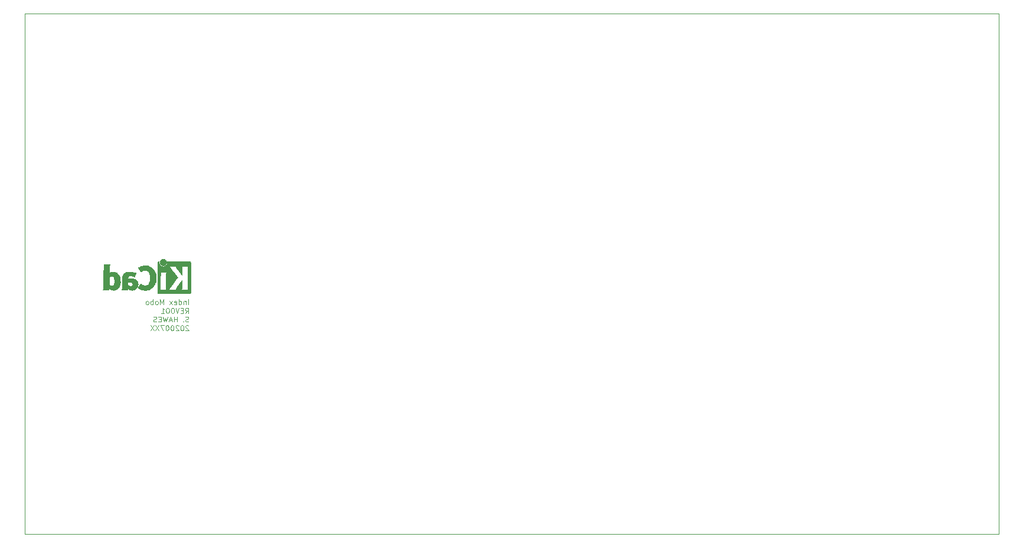
<source format=gbr>
%TF.GenerationSoftware,KiCad,Pcbnew,5.1.7+dfsg1-1~bpo10+1*%
%TF.CreationDate,2020-11-15T21:32:24+00:00*%
%TF.ProjectId,mobo,6d6f626f-2e6b-4696-9361-645f70636258,rev?*%
%TF.SameCoordinates,Original*%
%TF.FileFunction,Legend,Bot*%
%TF.FilePolarity,Positive*%
%FSLAX45Y45*%
G04 Gerber Fmt 4.5, Leading zero omitted, Abs format (unit mm)*
G04 Created by KiCad (PCBNEW 5.1.7+dfsg1-1~bpo10+1) date 2020-11-15 21:32:24*
%MOMM*%
%LPD*%
G01*
G04 APERTURE LIST*
%ADD10C,0.120000*%
%TA.AperFunction,Profile*%
%ADD11C,0.050000*%
%TD*%
%ADD12C,0.010000*%
%ADD13O,2.052000X1.802000*%
%ADD14C,5.702000*%
%ADD15C,3.602000*%
%ADD16C,1.802000*%
%ADD17C,3.102000*%
%ADD18C,1.602000*%
%ADD19O,1.802000X2.052000*%
%ADD20O,2.102000X1.802000*%
%ADD21O,1.702000X1.702000*%
%ADD22O,1.802000X2.102000*%
G04 APERTURE END LIST*
D10*
X2349243Y-4177878D02*
X2349243Y-4102878D01*
X2313529Y-4127878D02*
X2313529Y-4177878D01*
X2313529Y-4135021D02*
X2309957Y-4131450D01*
X2302814Y-4127878D01*
X2292100Y-4127878D01*
X2284957Y-4131450D01*
X2281386Y-4138593D01*
X2281386Y-4177878D01*
X2213529Y-4177878D02*
X2213529Y-4102878D01*
X2213529Y-4174307D02*
X2220671Y-4177878D01*
X2234957Y-4177878D01*
X2242100Y-4174307D01*
X2245671Y-4170736D01*
X2249243Y-4163593D01*
X2249243Y-4142164D01*
X2245671Y-4135021D01*
X2242100Y-4131450D01*
X2234957Y-4127878D01*
X2220671Y-4127878D01*
X2213529Y-4131450D01*
X2149243Y-4174307D02*
X2156386Y-4177878D01*
X2170671Y-4177878D01*
X2177814Y-4174307D01*
X2181386Y-4167164D01*
X2181386Y-4138593D01*
X2177814Y-4131450D01*
X2170671Y-4127878D01*
X2156386Y-4127878D01*
X2149243Y-4131450D01*
X2145671Y-4138593D01*
X2145671Y-4145736D01*
X2181386Y-4152878D01*
X2120671Y-4177878D02*
X2081386Y-4127878D01*
X2120671Y-4127878D02*
X2081386Y-4177878D01*
X1995671Y-4177878D02*
X1995671Y-4102878D01*
X1970671Y-4156450D01*
X1945671Y-4102878D01*
X1945671Y-4177878D01*
X1899243Y-4177878D02*
X1906386Y-4174307D01*
X1909957Y-4170736D01*
X1913528Y-4163593D01*
X1913528Y-4142164D01*
X1909957Y-4135021D01*
X1906386Y-4131450D01*
X1899243Y-4127878D01*
X1888528Y-4127878D01*
X1881386Y-4131450D01*
X1877814Y-4135021D01*
X1874243Y-4142164D01*
X1874243Y-4163593D01*
X1877814Y-4170736D01*
X1881386Y-4174307D01*
X1888528Y-4177878D01*
X1899243Y-4177878D01*
X1842100Y-4177878D02*
X1842100Y-4102878D01*
X1842100Y-4131450D02*
X1834957Y-4127878D01*
X1820671Y-4127878D01*
X1813528Y-4131450D01*
X1809957Y-4135021D01*
X1806386Y-4142164D01*
X1806386Y-4163593D01*
X1809957Y-4170736D01*
X1813528Y-4174307D01*
X1820671Y-4177878D01*
X1834957Y-4177878D01*
X1842100Y-4174307D01*
X1763528Y-4177878D02*
X1770671Y-4174307D01*
X1774243Y-4170736D01*
X1777814Y-4163593D01*
X1777814Y-4142164D01*
X1774243Y-4135021D01*
X1770671Y-4131450D01*
X1763528Y-4127878D01*
X1752814Y-4127878D01*
X1745671Y-4131450D01*
X1742100Y-4135021D01*
X1738528Y-4142164D01*
X1738528Y-4163593D01*
X1742100Y-4170736D01*
X1745671Y-4174307D01*
X1752814Y-4177878D01*
X1763528Y-4177878D01*
X2306386Y-4302379D02*
X2331386Y-4266664D01*
X2349243Y-4302379D02*
X2349243Y-4227379D01*
X2320671Y-4227379D01*
X2313529Y-4230950D01*
X2309957Y-4234521D01*
X2306386Y-4241664D01*
X2306386Y-4252379D01*
X2309957Y-4259521D01*
X2313529Y-4263093D01*
X2320671Y-4266664D01*
X2349243Y-4266664D01*
X2274243Y-4263093D02*
X2249243Y-4263093D01*
X2238529Y-4302379D02*
X2274243Y-4302379D01*
X2274243Y-4227379D01*
X2238529Y-4227379D01*
X2217100Y-4227379D02*
X2192100Y-4302379D01*
X2167100Y-4227379D01*
X2127814Y-4227379D02*
X2120671Y-4227379D01*
X2113529Y-4230950D01*
X2109957Y-4234521D01*
X2106386Y-4241664D01*
X2102814Y-4255950D01*
X2102814Y-4273807D01*
X2106386Y-4288093D01*
X2109957Y-4295236D01*
X2113529Y-4298807D01*
X2120671Y-4302379D01*
X2127814Y-4302379D01*
X2134957Y-4298807D01*
X2138529Y-4295236D01*
X2142100Y-4288093D01*
X2145671Y-4273807D01*
X2145671Y-4255950D01*
X2142100Y-4241664D01*
X2138529Y-4234521D01*
X2134957Y-4230950D01*
X2127814Y-4227379D01*
X2056386Y-4227379D02*
X2049243Y-4227379D01*
X2042100Y-4230950D01*
X2038528Y-4234521D01*
X2034957Y-4241664D01*
X2031386Y-4255950D01*
X2031386Y-4273807D01*
X2034957Y-4288093D01*
X2038528Y-4295236D01*
X2042100Y-4298807D01*
X2049243Y-4302379D01*
X2056386Y-4302379D01*
X2063528Y-4298807D01*
X2067100Y-4295236D01*
X2070671Y-4288093D01*
X2074243Y-4273807D01*
X2074243Y-4255950D01*
X2070671Y-4241664D01*
X2067100Y-4234521D01*
X2063528Y-4230950D01*
X2056386Y-4227379D01*
X1959957Y-4302379D02*
X2002814Y-4302379D01*
X1981386Y-4302379D02*
X1981386Y-4227379D01*
X1988528Y-4238093D01*
X1995671Y-4245236D01*
X2002814Y-4248807D01*
X2352814Y-4423307D02*
X2342100Y-4426879D01*
X2324243Y-4426879D01*
X2317100Y-4423307D01*
X2313529Y-4419736D01*
X2309957Y-4412593D01*
X2309957Y-4405450D01*
X2313529Y-4398307D01*
X2317100Y-4394736D01*
X2324243Y-4391164D01*
X2338529Y-4387593D01*
X2345671Y-4384021D01*
X2349243Y-4380450D01*
X2352814Y-4373307D01*
X2352814Y-4366164D01*
X2349243Y-4359021D01*
X2345671Y-4355450D01*
X2338529Y-4351879D01*
X2320671Y-4351879D01*
X2309957Y-4355450D01*
X2277814Y-4419736D02*
X2274243Y-4423307D01*
X2277814Y-4426879D01*
X2281386Y-4423307D01*
X2277814Y-4419736D01*
X2277814Y-4426879D01*
X2184957Y-4426879D02*
X2184957Y-4351879D01*
X2184957Y-4387593D02*
X2142100Y-4387593D01*
X2142100Y-4426879D02*
X2142100Y-4351879D01*
X2109957Y-4405450D02*
X2074243Y-4405450D01*
X2117100Y-4426879D02*
X2092100Y-4351879D01*
X2067100Y-4426879D01*
X2049243Y-4351879D02*
X2031386Y-4426879D01*
X2017100Y-4373307D01*
X2002814Y-4426879D01*
X1984957Y-4351879D01*
X1956386Y-4387593D02*
X1931386Y-4387593D01*
X1920671Y-4426879D02*
X1956386Y-4426879D01*
X1956386Y-4351879D01*
X1920671Y-4351879D01*
X1892100Y-4423307D02*
X1881386Y-4426879D01*
X1863528Y-4426879D01*
X1856386Y-4423307D01*
X1852814Y-4419736D01*
X1849243Y-4412593D01*
X1849243Y-4405450D01*
X1852814Y-4398307D01*
X1856386Y-4394736D01*
X1863528Y-4391164D01*
X1877814Y-4387593D01*
X1884957Y-4384021D01*
X1888528Y-4380450D01*
X1892100Y-4373307D01*
X1892100Y-4366164D01*
X1888528Y-4359021D01*
X1884957Y-4355450D01*
X1877814Y-4351879D01*
X1859957Y-4351879D01*
X1849243Y-4355450D01*
X2352814Y-4483521D02*
X2349243Y-4479950D01*
X2342100Y-4476379D01*
X2324243Y-4476379D01*
X2317100Y-4479950D01*
X2313529Y-4483521D01*
X2309957Y-4490664D01*
X2309957Y-4497807D01*
X2313529Y-4508521D01*
X2356386Y-4551379D01*
X2309957Y-4551379D01*
X2263529Y-4476379D02*
X2256386Y-4476379D01*
X2249243Y-4479950D01*
X2245671Y-4483521D01*
X2242100Y-4490664D01*
X2238529Y-4504950D01*
X2238529Y-4522807D01*
X2242100Y-4537093D01*
X2245671Y-4544236D01*
X2249243Y-4547807D01*
X2256386Y-4551379D01*
X2263529Y-4551379D01*
X2270671Y-4547807D01*
X2274243Y-4544236D01*
X2277814Y-4537093D01*
X2281386Y-4522807D01*
X2281386Y-4504950D01*
X2277814Y-4490664D01*
X2274243Y-4483521D01*
X2270671Y-4479950D01*
X2263529Y-4476379D01*
X2209957Y-4483521D02*
X2206386Y-4479950D01*
X2199243Y-4476379D01*
X2181386Y-4476379D01*
X2174243Y-4479950D01*
X2170671Y-4483521D01*
X2167100Y-4490664D01*
X2167100Y-4497807D01*
X2170671Y-4508521D01*
X2213529Y-4551379D01*
X2167100Y-4551379D01*
X2120671Y-4476379D02*
X2113529Y-4476379D01*
X2106386Y-4479950D01*
X2102814Y-4483521D01*
X2099243Y-4490664D01*
X2095671Y-4504950D01*
X2095671Y-4522807D01*
X2099243Y-4537093D01*
X2102814Y-4544236D01*
X2106386Y-4547807D01*
X2113529Y-4551379D01*
X2120671Y-4551379D01*
X2127814Y-4547807D01*
X2131386Y-4544236D01*
X2134957Y-4537093D01*
X2138529Y-4522807D01*
X2138529Y-4504950D01*
X2134957Y-4490664D01*
X2131386Y-4483521D01*
X2127814Y-4479950D01*
X2120671Y-4476379D01*
X2049243Y-4476379D02*
X2042100Y-4476379D01*
X2034957Y-4479950D01*
X2031386Y-4483521D01*
X2027814Y-4490664D01*
X2024243Y-4504950D01*
X2024243Y-4522807D01*
X2027814Y-4537093D01*
X2031386Y-4544236D01*
X2034957Y-4547807D01*
X2042100Y-4551379D01*
X2049243Y-4551379D01*
X2056386Y-4547807D01*
X2059957Y-4544236D01*
X2063528Y-4537093D01*
X2067100Y-4522807D01*
X2067100Y-4504950D01*
X2063528Y-4490664D01*
X2059957Y-4483521D01*
X2056386Y-4479950D01*
X2049243Y-4476379D01*
X1999243Y-4476379D02*
X1949243Y-4476379D01*
X1981386Y-4551379D01*
X1927814Y-4476379D02*
X1877814Y-4551379D01*
X1877814Y-4476379D02*
X1927814Y-4551379D01*
X1856386Y-4476379D02*
X1806386Y-4551379D01*
X1806386Y-4476379D02*
X1856386Y-4551379D01*
D11*
X0Y-7467600D02*
X13970000Y-7467600D01*
X13970000Y-7467600D02*
X13970000Y0D01*
X13970000Y0D02*
X0Y0D01*
X0Y0D02*
X0Y-7467600D01*
D12*
G36*
X1979904Y-3525357D02*
G01*
X1970277Y-3527781D01*
X1961618Y-3532064D01*
X1954137Y-3538042D01*
X1948042Y-3545549D01*
X1943540Y-3554422D01*
X1940914Y-3564053D01*
X1940329Y-3573779D01*
X1941814Y-3583165D01*
X1945184Y-3591951D01*
X1950253Y-3599877D01*
X1956834Y-3606684D01*
X1964743Y-3612111D01*
X1973793Y-3615900D01*
X1978920Y-3617143D01*
X1983370Y-3617895D01*
X1986800Y-3618192D01*
X1990096Y-3618009D01*
X1994143Y-3617322D01*
X1997453Y-3616625D01*
X2006795Y-3613474D01*
X2015162Y-3608362D01*
X2022366Y-3601443D01*
X2028220Y-3592873D01*
X2029615Y-3590149D01*
X2031259Y-3586512D01*
X2032289Y-3583458D01*
X2032846Y-3580245D01*
X2033067Y-3576131D01*
X2033095Y-3571522D01*
X2032686Y-3563086D01*
X2031345Y-3556159D01*
X2028826Y-3550096D01*
X2024885Y-3544257D01*
X2021030Y-3539830D01*
X2013841Y-3533248D01*
X2006331Y-3528705D01*
X1998056Y-3525985D01*
X1990293Y-3524958D01*
X1979904Y-3525357D01*
G37*
X1979904Y-3525357D02*
X1970277Y-3527781D01*
X1961618Y-3532064D01*
X1954137Y-3538042D01*
X1948042Y-3545549D01*
X1943540Y-3554422D01*
X1940914Y-3564053D01*
X1940329Y-3573779D01*
X1941814Y-3583165D01*
X1945184Y-3591951D01*
X1950253Y-3599877D01*
X1956834Y-3606684D01*
X1964743Y-3612111D01*
X1973793Y-3615900D01*
X1978920Y-3617143D01*
X1983370Y-3617895D01*
X1986800Y-3618192D01*
X1990096Y-3618009D01*
X1994143Y-3617322D01*
X1997453Y-3616625D01*
X2006795Y-3613474D01*
X2015162Y-3608362D01*
X2022366Y-3601443D01*
X2028220Y-3592873D01*
X2029615Y-3590149D01*
X2031259Y-3586512D01*
X2032289Y-3583458D01*
X2032846Y-3580245D01*
X2033067Y-3576131D01*
X2033095Y-3571522D01*
X2032686Y-3563086D01*
X2031345Y-3556159D01*
X2028826Y-3550096D01*
X2024885Y-3544257D01*
X2021030Y-3539830D01*
X2013841Y-3533248D01*
X2006331Y-3528705D01*
X1998056Y-3525985D01*
X1990293Y-3524958D01*
X1979904Y-3525357D01*
G36*
X1133949Y-3769924D02*
G01*
X1133947Y-3793366D01*
X1133945Y-3814660D01*
X1133938Y-3833917D01*
X1133922Y-3851246D01*
X1133894Y-3866758D01*
X1133849Y-3880562D01*
X1133784Y-3892769D01*
X1133696Y-3903489D01*
X1133579Y-3912833D01*
X1133430Y-3920909D01*
X1133245Y-3927829D01*
X1133021Y-3933701D01*
X1132753Y-3938638D01*
X1132438Y-3942748D01*
X1132071Y-3946141D01*
X1131649Y-3948929D01*
X1131167Y-3951220D01*
X1130623Y-3953125D01*
X1130011Y-3954754D01*
X1129329Y-3956217D01*
X1128572Y-3957625D01*
X1127736Y-3959087D01*
X1127216Y-3959997D01*
X1123790Y-3966069D01*
X1209605Y-3966069D01*
X1209605Y-3956473D01*
X1209678Y-3952137D01*
X1209873Y-3948820D01*
X1210154Y-3947042D01*
X1210278Y-3946878D01*
X1211420Y-3947566D01*
X1213692Y-3949350D01*
X1215962Y-3951288D01*
X1221420Y-3955361D01*
X1228368Y-3959462D01*
X1236073Y-3963212D01*
X1243804Y-3966236D01*
X1246889Y-3967201D01*
X1253738Y-3968658D01*
X1262024Y-3969654D01*
X1270963Y-3970158D01*
X1279775Y-3970140D01*
X1287679Y-3969567D01*
X1291449Y-3968986D01*
X1305259Y-3965180D01*
X1317989Y-3959407D01*
X1329571Y-3951721D01*
X1339936Y-3942174D01*
X1349017Y-3930818D01*
X1355697Y-3919738D01*
X1361184Y-3908062D01*
X1365384Y-3896128D01*
X1368383Y-3883528D01*
X1370269Y-3869859D01*
X1371127Y-3854716D01*
X1371199Y-3846971D01*
X1370990Y-3841293D01*
X1288078Y-3841293D01*
X1288058Y-3850600D01*
X1287766Y-3859369D01*
X1287200Y-3867077D01*
X1286355Y-3873201D01*
X1286096Y-3874435D01*
X1282916Y-3885163D01*
X1278750Y-3893866D01*
X1273564Y-3900564D01*
X1267322Y-3905280D01*
X1259990Y-3908036D01*
X1251533Y-3908854D01*
X1241917Y-3907755D01*
X1235569Y-3906183D01*
X1230655Y-3904364D01*
X1225242Y-3901779D01*
X1221176Y-3899409D01*
X1214120Y-3894772D01*
X1214120Y-3779753D01*
X1220861Y-3775396D01*
X1228713Y-3771304D01*
X1237132Y-3768639D01*
X1245644Y-3767446D01*
X1253778Y-3767772D01*
X1261062Y-3769661D01*
X1264257Y-3771218D01*
X1270050Y-3775518D01*
X1274946Y-3781195D01*
X1279061Y-3788457D01*
X1282513Y-3797512D01*
X1285417Y-3808567D01*
X1285545Y-3809153D01*
X1286562Y-3815379D01*
X1287326Y-3823159D01*
X1287833Y-3831972D01*
X1288078Y-3841293D01*
X1370990Y-3841293D01*
X1370414Y-3825689D01*
X1368220Y-3806106D01*
X1364621Y-3788233D01*
X1359624Y-3772084D01*
X1353233Y-3757673D01*
X1345454Y-3745011D01*
X1336291Y-3734111D01*
X1325750Y-3724988D01*
X1321234Y-3721893D01*
X1311139Y-3716278D01*
X1300810Y-3712317D01*
X1289801Y-3709901D01*
X1277667Y-3708922D01*
X1268416Y-3709026D01*
X1255451Y-3710123D01*
X1244192Y-3712305D01*
X1234313Y-3715671D01*
X1225488Y-3720324D01*
X1220601Y-3723745D01*
X1217665Y-3725936D01*
X1215496Y-3727433D01*
X1214675Y-3727873D01*
X1214513Y-3726790D01*
X1214384Y-3723725D01*
X1214286Y-3718953D01*
X1214218Y-3712748D01*
X1214179Y-3705386D01*
X1214167Y-3697143D01*
X1214181Y-3688292D01*
X1214220Y-3679111D01*
X1214283Y-3669872D01*
X1214368Y-3660853D01*
X1214474Y-3652327D01*
X1214600Y-3644570D01*
X1214744Y-3637858D01*
X1214906Y-3632464D01*
X1215084Y-3628665D01*
X1215133Y-3627967D01*
X1215891Y-3620925D01*
X1217047Y-3615410D01*
X1218821Y-3610698D01*
X1221432Y-3606065D01*
X1222059Y-3605107D01*
X1224502Y-3601438D01*
X1133969Y-3601438D01*
X1133949Y-3769924D01*
G37*
X1133949Y-3769924D02*
X1133947Y-3793366D01*
X1133945Y-3814660D01*
X1133938Y-3833917D01*
X1133922Y-3851246D01*
X1133894Y-3866758D01*
X1133849Y-3880562D01*
X1133784Y-3892769D01*
X1133696Y-3903489D01*
X1133579Y-3912833D01*
X1133430Y-3920909D01*
X1133245Y-3927829D01*
X1133021Y-3933701D01*
X1132753Y-3938638D01*
X1132438Y-3942748D01*
X1132071Y-3946141D01*
X1131649Y-3948929D01*
X1131167Y-3951220D01*
X1130623Y-3953125D01*
X1130011Y-3954754D01*
X1129329Y-3956217D01*
X1128572Y-3957625D01*
X1127736Y-3959087D01*
X1127216Y-3959997D01*
X1123790Y-3966069D01*
X1209605Y-3966069D01*
X1209605Y-3956473D01*
X1209678Y-3952137D01*
X1209873Y-3948820D01*
X1210154Y-3947042D01*
X1210278Y-3946878D01*
X1211420Y-3947566D01*
X1213692Y-3949350D01*
X1215962Y-3951288D01*
X1221420Y-3955361D01*
X1228368Y-3959462D01*
X1236073Y-3963212D01*
X1243804Y-3966236D01*
X1246889Y-3967201D01*
X1253738Y-3968658D01*
X1262024Y-3969654D01*
X1270963Y-3970158D01*
X1279775Y-3970140D01*
X1287679Y-3969567D01*
X1291449Y-3968986D01*
X1305259Y-3965180D01*
X1317989Y-3959407D01*
X1329571Y-3951721D01*
X1339936Y-3942174D01*
X1349017Y-3930818D01*
X1355697Y-3919738D01*
X1361184Y-3908062D01*
X1365384Y-3896128D01*
X1368383Y-3883528D01*
X1370269Y-3869859D01*
X1371127Y-3854716D01*
X1371199Y-3846971D01*
X1370990Y-3841293D01*
X1288078Y-3841293D01*
X1288058Y-3850600D01*
X1287766Y-3859369D01*
X1287200Y-3867077D01*
X1286355Y-3873201D01*
X1286096Y-3874435D01*
X1282916Y-3885163D01*
X1278750Y-3893866D01*
X1273564Y-3900564D01*
X1267322Y-3905280D01*
X1259990Y-3908036D01*
X1251533Y-3908854D01*
X1241917Y-3907755D01*
X1235569Y-3906183D01*
X1230655Y-3904364D01*
X1225242Y-3901779D01*
X1221176Y-3899409D01*
X1214120Y-3894772D01*
X1214120Y-3779753D01*
X1220861Y-3775396D01*
X1228713Y-3771304D01*
X1237132Y-3768639D01*
X1245644Y-3767446D01*
X1253778Y-3767772D01*
X1261062Y-3769661D01*
X1264257Y-3771218D01*
X1270050Y-3775518D01*
X1274946Y-3781195D01*
X1279061Y-3788457D01*
X1282513Y-3797512D01*
X1285417Y-3808567D01*
X1285545Y-3809153D01*
X1286562Y-3815379D01*
X1287326Y-3823159D01*
X1287833Y-3831972D01*
X1288078Y-3841293D01*
X1370990Y-3841293D01*
X1370414Y-3825689D01*
X1368220Y-3806106D01*
X1364621Y-3788233D01*
X1359624Y-3772084D01*
X1353233Y-3757673D01*
X1345454Y-3745011D01*
X1336291Y-3734111D01*
X1325750Y-3724988D01*
X1321234Y-3721893D01*
X1311139Y-3716278D01*
X1300810Y-3712317D01*
X1289801Y-3709901D01*
X1277667Y-3708922D01*
X1268416Y-3709026D01*
X1255451Y-3710123D01*
X1244192Y-3712305D01*
X1234313Y-3715671D01*
X1225488Y-3720324D01*
X1220601Y-3723745D01*
X1217665Y-3725936D01*
X1215496Y-3727433D01*
X1214675Y-3727873D01*
X1214513Y-3726790D01*
X1214384Y-3723725D01*
X1214286Y-3718953D01*
X1214218Y-3712748D01*
X1214179Y-3705386D01*
X1214167Y-3697143D01*
X1214181Y-3688292D01*
X1214220Y-3679111D01*
X1214283Y-3669872D01*
X1214368Y-3660853D01*
X1214474Y-3652327D01*
X1214600Y-3644570D01*
X1214744Y-3637858D01*
X1214906Y-3632464D01*
X1215084Y-3628665D01*
X1215133Y-3627967D01*
X1215891Y-3620925D01*
X1217047Y-3615410D01*
X1218821Y-3610698D01*
X1221432Y-3606065D01*
X1222059Y-3605107D01*
X1224502Y-3601438D01*
X1133969Y-3601438D01*
X1133949Y-3769924D01*
G36*
X1485243Y-3709355D02*
G01*
X1470051Y-3711357D01*
X1456524Y-3714720D01*
X1444576Y-3719472D01*
X1434118Y-3725640D01*
X1426358Y-3731996D01*
X1419473Y-3739410D01*
X1414099Y-3747387D01*
X1409809Y-3756609D01*
X1408262Y-3760916D01*
X1406976Y-3764814D01*
X1405855Y-3768429D01*
X1404888Y-3771943D01*
X1404060Y-3775541D01*
X1403360Y-3779405D01*
X1402773Y-3783718D01*
X1402287Y-3788665D01*
X1401889Y-3794427D01*
X1401566Y-3801189D01*
X1401305Y-3809133D01*
X1401093Y-3818444D01*
X1400918Y-3829303D01*
X1400765Y-3841894D01*
X1400623Y-3856401D01*
X1400497Y-3870678D01*
X1400365Y-3886297D01*
X1400244Y-3899824D01*
X1400123Y-3911425D01*
X1399989Y-3921264D01*
X1399830Y-3929509D01*
X1399632Y-3936325D01*
X1399384Y-3941876D01*
X1399073Y-3946329D01*
X1398686Y-3949850D01*
X1398211Y-3952603D01*
X1397635Y-3954756D01*
X1396946Y-3956472D01*
X1396131Y-3957919D01*
X1395178Y-3959261D01*
X1394073Y-3960664D01*
X1393643Y-3961207D01*
X1392061Y-3963491D01*
X1391358Y-3965046D01*
X1391356Y-3965092D01*
X1392443Y-3965312D01*
X1395542Y-3965515D01*
X1400404Y-3965694D01*
X1406784Y-3965845D01*
X1414433Y-3965962D01*
X1423106Y-3966038D01*
X1432554Y-3966069D01*
X1433645Y-3966069D01*
X1475934Y-3966069D01*
X1476260Y-3956462D01*
X1476587Y-3946856D01*
X1482796Y-3951954D01*
X1492529Y-3958706D01*
X1503519Y-3964175D01*
X1512165Y-3967198D01*
X1519072Y-3968667D01*
X1527407Y-3969666D01*
X1536384Y-3970165D01*
X1545215Y-3970131D01*
X1553115Y-3969535D01*
X1556738Y-3968964D01*
X1570740Y-3965178D01*
X1583382Y-3959693D01*
X1594574Y-3952592D01*
X1604224Y-3943957D01*
X1612240Y-3933868D01*
X1618531Y-3922408D01*
X1622969Y-3909798D01*
X1624202Y-3904140D01*
X1624963Y-3897920D01*
X1625326Y-3890436D01*
X1625375Y-3887047D01*
X1625369Y-3886728D01*
X1549375Y-3886728D01*
X1548446Y-3894233D01*
X1545627Y-3900616D01*
X1540780Y-3906180D01*
X1540275Y-3906621D01*
X1535445Y-3910104D01*
X1530274Y-3912362D01*
X1524201Y-3913554D01*
X1516665Y-3913838D01*
X1514854Y-3913798D01*
X1509472Y-3913532D01*
X1505469Y-3912991D01*
X1501968Y-3911974D01*
X1498090Y-3910285D01*
X1497025Y-3909767D01*
X1490960Y-3906184D01*
X1486278Y-3901921D01*
X1485005Y-3900397D01*
X1480538Y-3894746D01*
X1480538Y-3875159D01*
X1480591Y-3867294D01*
X1480760Y-3861499D01*
X1481057Y-3857587D01*
X1481494Y-3855374D01*
X1481903Y-3854727D01*
X1483495Y-3854411D01*
X1486874Y-3854149D01*
X1491566Y-3853965D01*
X1497101Y-3853886D01*
X1497989Y-3853884D01*
X1510067Y-3854410D01*
X1520334Y-3856026D01*
X1528989Y-3858796D01*
X1536232Y-3862781D01*
X1541725Y-3867476D01*
X1546180Y-3873264D01*
X1548652Y-3879569D01*
X1549375Y-3886728D01*
X1625369Y-3886728D01*
X1625182Y-3877671D01*
X1624348Y-3869781D01*
X1622723Y-3862659D01*
X1620159Y-3855586D01*
X1617760Y-3850349D01*
X1611898Y-3840820D01*
X1604088Y-3832017D01*
X1594568Y-3824102D01*
X1583576Y-3817234D01*
X1571349Y-3811574D01*
X1558124Y-3807282D01*
X1551658Y-3805788D01*
X1538040Y-3803578D01*
X1523195Y-3802119D01*
X1508049Y-3801481D01*
X1495394Y-3801644D01*
X1479205Y-3802322D01*
X1479947Y-3796424D01*
X1481876Y-3786509D01*
X1484990Y-3778437D01*
X1489373Y-3772147D01*
X1495113Y-3767576D01*
X1502295Y-3764662D01*
X1511006Y-3763345D01*
X1521331Y-3763561D01*
X1525129Y-3763961D01*
X1539248Y-3766478D01*
X1552929Y-3770581D01*
X1562382Y-3774381D01*
X1566898Y-3776319D01*
X1570741Y-3777876D01*
X1573377Y-3778840D01*
X1574145Y-3779045D01*
X1575120Y-3778137D01*
X1576792Y-3775240D01*
X1579177Y-3770322D01*
X1582291Y-3763348D01*
X1586149Y-3754288D01*
X1586809Y-3752709D01*
X1589815Y-3745477D01*
X1592513Y-3738942D01*
X1594786Y-3733391D01*
X1596519Y-3729107D01*
X1597595Y-3726378D01*
X1597906Y-3725494D01*
X1596906Y-3725019D01*
X1594278Y-3724491D01*
X1591451Y-3724123D01*
X1588435Y-3723647D01*
X1583657Y-3722703D01*
X1577539Y-3721382D01*
X1570505Y-3719778D01*
X1562981Y-3717982D01*
X1560124Y-3717280D01*
X1549618Y-3714721D01*
X1540852Y-3712715D01*
X1533393Y-3711197D01*
X1526810Y-3710103D01*
X1520669Y-3709370D01*
X1514540Y-3708933D01*
X1507989Y-3708729D01*
X1502187Y-3708689D01*
X1485243Y-3709355D01*
G37*
X1485243Y-3709355D02*
X1470051Y-3711357D01*
X1456524Y-3714720D01*
X1444576Y-3719472D01*
X1434118Y-3725640D01*
X1426358Y-3731996D01*
X1419473Y-3739410D01*
X1414099Y-3747387D01*
X1409809Y-3756609D01*
X1408262Y-3760916D01*
X1406976Y-3764814D01*
X1405855Y-3768429D01*
X1404888Y-3771943D01*
X1404060Y-3775541D01*
X1403360Y-3779405D01*
X1402773Y-3783718D01*
X1402287Y-3788665D01*
X1401889Y-3794427D01*
X1401566Y-3801189D01*
X1401305Y-3809133D01*
X1401093Y-3818444D01*
X1400918Y-3829303D01*
X1400765Y-3841894D01*
X1400623Y-3856401D01*
X1400497Y-3870678D01*
X1400365Y-3886297D01*
X1400244Y-3899824D01*
X1400123Y-3911425D01*
X1399989Y-3921264D01*
X1399830Y-3929509D01*
X1399632Y-3936325D01*
X1399384Y-3941876D01*
X1399073Y-3946329D01*
X1398686Y-3949850D01*
X1398211Y-3952603D01*
X1397635Y-3954756D01*
X1396946Y-3956472D01*
X1396131Y-3957919D01*
X1395178Y-3959261D01*
X1394073Y-3960664D01*
X1393643Y-3961207D01*
X1392061Y-3963491D01*
X1391358Y-3965046D01*
X1391356Y-3965092D01*
X1392443Y-3965312D01*
X1395542Y-3965515D01*
X1400404Y-3965694D01*
X1406784Y-3965845D01*
X1414433Y-3965962D01*
X1423106Y-3966038D01*
X1432554Y-3966069D01*
X1433645Y-3966069D01*
X1475934Y-3966069D01*
X1476260Y-3956462D01*
X1476587Y-3946856D01*
X1482796Y-3951954D01*
X1492529Y-3958706D01*
X1503519Y-3964175D01*
X1512165Y-3967198D01*
X1519072Y-3968667D01*
X1527407Y-3969666D01*
X1536384Y-3970165D01*
X1545215Y-3970131D01*
X1553115Y-3969535D01*
X1556738Y-3968964D01*
X1570740Y-3965178D01*
X1583382Y-3959693D01*
X1594574Y-3952592D01*
X1604224Y-3943957D01*
X1612240Y-3933868D01*
X1618531Y-3922408D01*
X1622969Y-3909798D01*
X1624202Y-3904140D01*
X1624963Y-3897920D01*
X1625326Y-3890436D01*
X1625375Y-3887047D01*
X1625369Y-3886728D01*
X1549375Y-3886728D01*
X1548446Y-3894233D01*
X1545627Y-3900616D01*
X1540780Y-3906180D01*
X1540275Y-3906621D01*
X1535445Y-3910104D01*
X1530274Y-3912362D01*
X1524201Y-3913554D01*
X1516665Y-3913838D01*
X1514854Y-3913798D01*
X1509472Y-3913532D01*
X1505469Y-3912991D01*
X1501968Y-3911974D01*
X1498090Y-3910285D01*
X1497025Y-3909767D01*
X1490960Y-3906184D01*
X1486278Y-3901921D01*
X1485005Y-3900397D01*
X1480538Y-3894746D01*
X1480538Y-3875159D01*
X1480591Y-3867294D01*
X1480760Y-3861499D01*
X1481057Y-3857587D01*
X1481494Y-3855374D01*
X1481903Y-3854727D01*
X1483495Y-3854411D01*
X1486874Y-3854149D01*
X1491566Y-3853965D01*
X1497101Y-3853886D01*
X1497989Y-3853884D01*
X1510067Y-3854410D01*
X1520334Y-3856026D01*
X1528989Y-3858796D01*
X1536232Y-3862781D01*
X1541725Y-3867476D01*
X1546180Y-3873264D01*
X1548652Y-3879569D01*
X1549375Y-3886728D01*
X1625369Y-3886728D01*
X1625182Y-3877671D01*
X1624348Y-3869781D01*
X1622723Y-3862659D01*
X1620159Y-3855586D01*
X1617760Y-3850349D01*
X1611898Y-3840820D01*
X1604088Y-3832017D01*
X1594568Y-3824102D01*
X1583576Y-3817234D01*
X1571349Y-3811574D01*
X1558124Y-3807282D01*
X1551658Y-3805788D01*
X1538040Y-3803578D01*
X1523195Y-3802119D01*
X1508049Y-3801481D01*
X1495394Y-3801644D01*
X1479205Y-3802322D01*
X1479947Y-3796424D01*
X1481876Y-3786509D01*
X1484990Y-3778437D01*
X1489373Y-3772147D01*
X1495113Y-3767576D01*
X1502295Y-3764662D01*
X1511006Y-3763345D01*
X1521331Y-3763561D01*
X1525129Y-3763961D01*
X1539248Y-3766478D01*
X1552929Y-3770581D01*
X1562382Y-3774381D01*
X1566898Y-3776319D01*
X1570741Y-3777876D01*
X1573377Y-3778840D01*
X1574145Y-3779045D01*
X1575120Y-3778137D01*
X1576792Y-3775240D01*
X1579177Y-3770322D01*
X1582291Y-3763348D01*
X1586149Y-3754288D01*
X1586809Y-3752709D01*
X1589815Y-3745477D01*
X1592513Y-3738942D01*
X1594786Y-3733391D01*
X1596519Y-3729107D01*
X1597595Y-3726378D01*
X1597906Y-3725494D01*
X1596906Y-3725019D01*
X1594278Y-3724491D01*
X1591451Y-3724123D01*
X1588435Y-3723647D01*
X1583657Y-3722703D01*
X1577539Y-3721382D01*
X1570505Y-3719778D01*
X1562981Y-3717982D01*
X1560124Y-3717280D01*
X1549618Y-3714721D01*
X1540852Y-3712715D01*
X1533393Y-3711197D01*
X1526810Y-3710103D01*
X1520669Y-3709370D01*
X1514540Y-3708933D01*
X1507989Y-3708729D01*
X1502187Y-3708689D01*
X1485243Y-3709355D01*
G36*
X1719757Y-3617607D02*
G01*
X1703743Y-3619724D01*
X1687349Y-3623738D01*
X1670369Y-3629689D01*
X1652596Y-3637615D01*
X1651469Y-3638170D01*
X1645699Y-3640972D01*
X1640545Y-3643380D01*
X1636381Y-3645225D01*
X1633584Y-3646339D01*
X1632627Y-3646593D01*
X1630705Y-3647094D01*
X1630244Y-3647515D01*
X1630754Y-3648558D01*
X1632358Y-3651187D01*
X1634871Y-3655126D01*
X1638109Y-3660099D01*
X1641886Y-3665831D01*
X1646018Y-3672048D01*
X1650320Y-3678472D01*
X1654608Y-3684828D01*
X1658697Y-3690842D01*
X1662403Y-3696238D01*
X1665540Y-3700740D01*
X1667924Y-3704072D01*
X1669371Y-3705960D01*
X1669569Y-3706179D01*
X1670581Y-3705714D01*
X1672815Y-3703996D01*
X1675872Y-3701344D01*
X1677446Y-3699896D01*
X1687095Y-3692368D01*
X1697766Y-3686824D01*
X1709317Y-3683314D01*
X1721604Y-3681888D01*
X1728544Y-3682005D01*
X1740658Y-3683721D01*
X1751579Y-3687309D01*
X1761342Y-3692796D01*
X1769977Y-3700207D01*
X1777518Y-3709569D01*
X1783998Y-3720908D01*
X1787740Y-3729567D01*
X1792125Y-3743137D01*
X1795357Y-3757885D01*
X1797444Y-3773431D01*
X1798395Y-3789396D01*
X1798217Y-3805397D01*
X1796920Y-3821056D01*
X1794511Y-3835992D01*
X1790998Y-3849824D01*
X1786391Y-3862172D01*
X1784763Y-3865598D01*
X1777938Y-3877006D01*
X1769892Y-3886656D01*
X1760743Y-3894467D01*
X1750609Y-3900362D01*
X1739608Y-3904261D01*
X1727858Y-3906087D01*
X1723712Y-3906221D01*
X1711556Y-3905129D01*
X1699512Y-3901847D01*
X1687733Y-3896444D01*
X1676372Y-3888986D01*
X1667231Y-3881154D01*
X1662578Y-3876701D01*
X1644452Y-3906427D01*
X1639942Y-3913843D01*
X1635818Y-3920665D01*
X1632226Y-3926646D01*
X1629313Y-3931542D01*
X1627225Y-3935108D01*
X1626108Y-3937098D01*
X1625962Y-3937408D01*
X1626785Y-3938372D01*
X1629343Y-3940100D01*
X1633313Y-3942428D01*
X1638370Y-3945193D01*
X1644193Y-3948231D01*
X1650456Y-3951379D01*
X1656838Y-3954472D01*
X1663014Y-3957347D01*
X1668661Y-3959841D01*
X1673456Y-3961789D01*
X1675801Y-3962632D01*
X1689178Y-3966413D01*
X1702967Y-3968914D01*
X1717738Y-3970214D01*
X1730417Y-3970447D01*
X1737212Y-3970337D01*
X1743772Y-3970127D01*
X1749515Y-3969843D01*
X1753860Y-3969511D01*
X1755270Y-3969342D01*
X1769172Y-3966459D01*
X1783324Y-3961947D01*
X1797072Y-3956075D01*
X1809761Y-3949112D01*
X1817511Y-3943844D01*
X1830252Y-3933024D01*
X1842082Y-3920367D01*
X1852783Y-3906187D01*
X1862135Y-3890795D01*
X1869919Y-3874505D01*
X1874304Y-3862776D01*
X1879329Y-3844413D01*
X1882679Y-3824958D01*
X1884355Y-3804832D01*
X1884358Y-3784457D01*
X1882690Y-3764252D01*
X1879351Y-3744639D01*
X1874342Y-3726039D01*
X1873960Y-3724880D01*
X1867672Y-3708675D01*
X1859997Y-3693883D01*
X1850676Y-3680086D01*
X1839447Y-3666866D01*
X1835061Y-3662340D01*
X1821447Y-3649946D01*
X1807451Y-3639691D01*
X1792859Y-3631466D01*
X1777456Y-3625156D01*
X1761027Y-3620652D01*
X1751471Y-3618903D01*
X1735598Y-3617347D01*
X1719757Y-3617607D01*
G37*
X1719757Y-3617607D02*
X1703743Y-3619724D01*
X1687349Y-3623738D01*
X1670369Y-3629689D01*
X1652596Y-3637615D01*
X1651469Y-3638170D01*
X1645699Y-3640972D01*
X1640545Y-3643380D01*
X1636381Y-3645225D01*
X1633584Y-3646339D01*
X1632627Y-3646593D01*
X1630705Y-3647094D01*
X1630244Y-3647515D01*
X1630754Y-3648558D01*
X1632358Y-3651187D01*
X1634871Y-3655126D01*
X1638109Y-3660099D01*
X1641886Y-3665831D01*
X1646018Y-3672048D01*
X1650320Y-3678472D01*
X1654608Y-3684828D01*
X1658697Y-3690842D01*
X1662403Y-3696238D01*
X1665540Y-3700740D01*
X1667924Y-3704072D01*
X1669371Y-3705960D01*
X1669569Y-3706179D01*
X1670581Y-3705714D01*
X1672815Y-3703996D01*
X1675872Y-3701344D01*
X1677446Y-3699896D01*
X1687095Y-3692368D01*
X1697766Y-3686824D01*
X1709317Y-3683314D01*
X1721604Y-3681888D01*
X1728544Y-3682005D01*
X1740658Y-3683721D01*
X1751579Y-3687309D01*
X1761342Y-3692796D01*
X1769977Y-3700207D01*
X1777518Y-3709569D01*
X1783998Y-3720908D01*
X1787740Y-3729567D01*
X1792125Y-3743137D01*
X1795357Y-3757885D01*
X1797444Y-3773431D01*
X1798395Y-3789396D01*
X1798217Y-3805397D01*
X1796920Y-3821056D01*
X1794511Y-3835992D01*
X1790998Y-3849824D01*
X1786391Y-3862172D01*
X1784763Y-3865598D01*
X1777938Y-3877006D01*
X1769892Y-3886656D01*
X1760743Y-3894467D01*
X1750609Y-3900362D01*
X1739608Y-3904261D01*
X1727858Y-3906087D01*
X1723712Y-3906221D01*
X1711556Y-3905129D01*
X1699512Y-3901847D01*
X1687733Y-3896444D01*
X1676372Y-3888986D01*
X1667231Y-3881154D01*
X1662578Y-3876701D01*
X1644452Y-3906427D01*
X1639942Y-3913843D01*
X1635818Y-3920665D01*
X1632226Y-3926646D01*
X1629313Y-3931542D01*
X1627225Y-3935108D01*
X1626108Y-3937098D01*
X1625962Y-3937408D01*
X1626785Y-3938372D01*
X1629343Y-3940100D01*
X1633313Y-3942428D01*
X1638370Y-3945193D01*
X1644193Y-3948231D01*
X1650456Y-3951379D01*
X1656838Y-3954472D01*
X1663014Y-3957347D01*
X1668661Y-3959841D01*
X1673456Y-3961789D01*
X1675801Y-3962632D01*
X1689178Y-3966413D01*
X1702967Y-3968914D01*
X1717738Y-3970214D01*
X1730417Y-3970447D01*
X1737212Y-3970337D01*
X1743772Y-3970127D01*
X1749515Y-3969843D01*
X1753860Y-3969511D01*
X1755270Y-3969342D01*
X1769172Y-3966459D01*
X1783324Y-3961947D01*
X1797072Y-3956075D01*
X1809761Y-3949112D01*
X1817511Y-3943844D01*
X1830252Y-3933024D01*
X1842082Y-3920367D01*
X1852783Y-3906187D01*
X1862135Y-3890795D01*
X1869919Y-3874505D01*
X1874304Y-3862776D01*
X1879329Y-3844413D01*
X1882679Y-3824958D01*
X1884355Y-3804832D01*
X1884358Y-3784457D01*
X1882690Y-3764252D01*
X1879351Y-3744639D01*
X1874342Y-3726039D01*
X1873960Y-3724880D01*
X1867672Y-3708675D01*
X1859997Y-3693883D01*
X1850676Y-3680086D01*
X1839447Y-3666866D01*
X1835061Y-3662340D01*
X1821447Y-3649946D01*
X1807451Y-3639691D01*
X1792859Y-3631466D01*
X1777456Y-3625156D01*
X1761027Y-3620652D01*
X1751471Y-3618903D01*
X1735598Y-3617347D01*
X1719757Y-3617607D01*
G36*
X2047240Y-3571605D02*
G01*
X2046153Y-3582999D01*
X2042992Y-3593762D01*
X2037901Y-3603661D01*
X2031029Y-3612468D01*
X2022522Y-3619952D01*
X2012823Y-3625738D01*
X2002196Y-3629700D01*
X1991495Y-3631557D01*
X1980930Y-3631443D01*
X1970712Y-3629493D01*
X1961053Y-3625841D01*
X1952164Y-3620620D01*
X1944255Y-3613967D01*
X1937537Y-3606015D01*
X1932222Y-3596899D01*
X1928520Y-3586752D01*
X1926643Y-3575710D01*
X1926449Y-3570721D01*
X1926449Y-3561927D01*
X1921256Y-3561927D01*
X1917625Y-3562211D01*
X1914935Y-3563391D01*
X1912225Y-3565765D01*
X1908387Y-3569603D01*
X1908387Y-3788760D01*
X1908388Y-3814974D01*
X1908391Y-3839024D01*
X1908397Y-3861005D01*
X1908408Y-3881010D01*
X1908423Y-3899134D01*
X1908443Y-3915472D01*
X1908471Y-3930116D01*
X1908505Y-3943162D01*
X1908547Y-3954703D01*
X1908599Y-3964834D01*
X1908660Y-3973648D01*
X1908731Y-3981241D01*
X1908814Y-3987706D01*
X1908909Y-3993137D01*
X1909017Y-3997628D01*
X1909138Y-4001274D01*
X1909274Y-4004169D01*
X1909426Y-4006406D01*
X1909594Y-4008081D01*
X1909779Y-4009287D01*
X1909981Y-4010118D01*
X1910202Y-4010669D01*
X1910311Y-4010854D01*
X1910727Y-4011555D01*
X1911080Y-4012200D01*
X1911463Y-4012790D01*
X1911968Y-4013329D01*
X1912687Y-4013818D01*
X1913712Y-4014260D01*
X1915136Y-4014657D01*
X1917051Y-4015012D01*
X1919550Y-4015327D01*
X1922724Y-4015604D01*
X1926666Y-4015846D01*
X1931469Y-4016055D01*
X1937224Y-4016233D01*
X1944024Y-4016384D01*
X1951961Y-4016508D01*
X1961128Y-4016609D01*
X1971617Y-4016688D01*
X1983520Y-4016749D01*
X1996929Y-4016794D01*
X2011937Y-4016824D01*
X2028637Y-4016843D01*
X2047120Y-4016852D01*
X2067478Y-4016855D01*
X2089805Y-4016852D01*
X2114192Y-4016848D01*
X2140732Y-4016844D01*
X2144570Y-4016843D01*
X2171268Y-4016839D01*
X2195800Y-4016832D01*
X2218258Y-4016821D01*
X2238735Y-4016807D01*
X2257321Y-4016787D01*
X2274109Y-4016762D01*
X2289191Y-4016730D01*
X2302659Y-4016691D01*
X2314604Y-4016645D01*
X2325120Y-4016590D01*
X2334297Y-4016525D01*
X2342228Y-4016451D01*
X2349004Y-4016366D01*
X2354718Y-4016270D01*
X2359462Y-4016161D01*
X2363327Y-4016040D01*
X2366405Y-4015905D01*
X2368789Y-4015755D01*
X2370569Y-4015591D01*
X2371840Y-4015411D01*
X2372691Y-4015214D01*
X2373127Y-4015048D01*
X2373973Y-4014691D01*
X2374750Y-4014427D01*
X2375460Y-4014163D01*
X2376107Y-4013806D01*
X2376694Y-4013262D01*
X2377223Y-4012437D01*
X2377697Y-4011239D01*
X2378120Y-4009573D01*
X2378494Y-4007346D01*
X2378823Y-4004465D01*
X2379108Y-4000836D01*
X2379354Y-3996366D01*
X2379563Y-3990961D01*
X2379738Y-3984528D01*
X2379882Y-3976973D01*
X2379998Y-3968203D01*
X2380088Y-3958124D01*
X2380157Y-3946643D01*
X2380206Y-3933667D01*
X2380240Y-3919101D01*
X2380259Y-3902853D01*
X2380269Y-3884829D01*
X2380271Y-3864936D01*
X2380269Y-3843080D01*
X2380265Y-3819167D01*
X2380262Y-3793104D01*
X2380262Y-3788889D01*
X2380264Y-3762599D01*
X2380266Y-3738473D01*
X2380267Y-3716416D01*
X2380264Y-3696335D01*
X2380255Y-3678135D01*
X2380236Y-3661722D01*
X2380206Y-3647001D01*
X2380161Y-3633879D01*
X2380103Y-3622887D01*
X2349820Y-3622887D01*
X2345841Y-3628671D01*
X2344724Y-3630248D01*
X2343717Y-3631644D01*
X2342814Y-3632978D01*
X2342010Y-3634369D01*
X2341299Y-3635936D01*
X2340675Y-3637796D01*
X2340133Y-3640069D01*
X2339666Y-3642873D01*
X2339270Y-3646327D01*
X2338939Y-3650549D01*
X2338666Y-3655659D01*
X2338446Y-3661774D01*
X2338275Y-3669014D01*
X2338144Y-3677497D01*
X2338051Y-3687342D01*
X2337987Y-3698667D01*
X2337948Y-3711592D01*
X2337929Y-3726233D01*
X2337923Y-3742712D01*
X2337924Y-3761145D01*
X2337928Y-3781651D01*
X2337929Y-3793913D01*
X2337927Y-3815608D01*
X2337923Y-3835164D01*
X2337924Y-3852700D01*
X2337936Y-3868334D01*
X2337963Y-3882186D01*
X2338012Y-3894373D01*
X2338088Y-3905016D01*
X2338196Y-3914232D01*
X2338343Y-3922141D01*
X2338534Y-3928861D01*
X2338774Y-3934511D01*
X2339070Y-3939209D01*
X2339427Y-3943075D01*
X2339850Y-3946228D01*
X2340345Y-3948785D01*
X2340917Y-3950867D01*
X2341573Y-3952591D01*
X2342318Y-3954076D01*
X2343158Y-3955442D01*
X2344098Y-3956807D01*
X2345143Y-3958289D01*
X2345752Y-3959178D01*
X2349630Y-3964940D01*
X2296473Y-3964940D01*
X2284148Y-3964936D01*
X2273899Y-3964921D01*
X2265542Y-3964888D01*
X2258896Y-3964829D01*
X2253777Y-3964737D01*
X2250004Y-3964605D01*
X2247394Y-3964427D01*
X2245764Y-3964195D01*
X2244933Y-3963903D01*
X2244717Y-3963542D01*
X2244934Y-3963107D01*
X2245054Y-3962964D01*
X2247569Y-3959257D01*
X2250158Y-3953977D01*
X2252519Y-3947777D01*
X2253346Y-3945136D01*
X2253808Y-3943342D01*
X2254198Y-3941235D01*
X2254525Y-3938609D01*
X2254797Y-3935253D01*
X2255022Y-3930960D01*
X2255208Y-3925520D01*
X2255364Y-3918726D01*
X2255497Y-3910369D01*
X2255617Y-3900239D01*
X2255731Y-3888130D01*
X2255769Y-3883660D01*
X2255870Y-3871145D01*
X2255946Y-3860708D01*
X2255990Y-3852171D01*
X2255997Y-3845353D01*
X2255961Y-3840076D01*
X2255875Y-3836161D01*
X2255734Y-3833428D01*
X2255533Y-3831699D01*
X2255264Y-3830793D01*
X2254924Y-3830531D01*
X2254504Y-3830735D01*
X2254057Y-3831167D01*
X2253022Y-3832460D01*
X2250816Y-3835368D01*
X2247596Y-3839676D01*
X2243517Y-3845172D01*
X2238737Y-3851642D01*
X2233411Y-3858874D01*
X2227694Y-3866654D01*
X2221744Y-3874770D01*
X2215716Y-3883007D01*
X2209766Y-3891154D01*
X2204050Y-3898996D01*
X2198725Y-3906320D01*
X2193946Y-3912915D01*
X2189869Y-3918565D01*
X2186652Y-3923059D01*
X2184449Y-3926183D01*
X2183992Y-3926847D01*
X2181700Y-3930537D01*
X2179019Y-3935336D01*
X2176479Y-3940290D01*
X2176157Y-3940958D01*
X2173989Y-3945777D01*
X2172730Y-3949533D01*
X2172157Y-3953116D01*
X2172046Y-3957320D01*
X2172109Y-3964940D01*
X2056665Y-3964940D01*
X2065781Y-3955567D01*
X2070461Y-3950577D01*
X2075490Y-3944929D01*
X2080094Y-3939503D01*
X2082137Y-3936967D01*
X2085181Y-3933013D01*
X2089186Y-3927692D01*
X2094036Y-3921167D01*
X2099614Y-3913601D01*
X2105801Y-3905158D01*
X2112482Y-3895999D01*
X2119539Y-3886289D01*
X2126855Y-3876190D01*
X2134312Y-3865865D01*
X2141794Y-3855477D01*
X2149184Y-3845188D01*
X2156365Y-3835163D01*
X2163218Y-3825564D01*
X2169628Y-3816553D01*
X2175478Y-3808294D01*
X2180649Y-3800949D01*
X2185025Y-3794682D01*
X2188489Y-3789656D01*
X2190923Y-3786033D01*
X2192211Y-3783977D01*
X2192387Y-3783567D01*
X2191591Y-3782434D01*
X2189512Y-3779716D01*
X2186285Y-3775583D01*
X2182047Y-3770204D01*
X2176935Y-3763751D01*
X2171084Y-3756392D01*
X2164631Y-3748298D01*
X2157713Y-3739639D01*
X2150465Y-3730585D01*
X2143025Y-3721306D01*
X2137052Y-3713870D01*
X2035951Y-3713870D01*
X2035360Y-3715166D01*
X2033927Y-3717391D01*
X2033822Y-3717539D01*
X2031944Y-3720554D01*
X2029979Y-3724237D01*
X2029589Y-3725051D01*
X2029236Y-3725894D01*
X2028923Y-3726906D01*
X2028649Y-3728226D01*
X2028409Y-3729994D01*
X2028202Y-3732348D01*
X2028023Y-3735429D01*
X2027871Y-3739376D01*
X2027742Y-3744327D01*
X2027633Y-3750422D01*
X2027540Y-3757801D01*
X2027462Y-3766603D01*
X2027394Y-3776966D01*
X2027335Y-3789032D01*
X2027280Y-3802937D01*
X2027228Y-3818823D01*
X2027174Y-3836709D01*
X2027121Y-3855221D01*
X2027077Y-3871614D01*
X2027051Y-3886030D01*
X2027048Y-3898608D01*
X2027076Y-3909487D01*
X2027142Y-3918808D01*
X2027251Y-3926710D01*
X2027412Y-3933333D01*
X2027630Y-3938817D01*
X2027912Y-3943302D01*
X2028265Y-3946928D01*
X2028696Y-3949834D01*
X2029212Y-3952161D01*
X2029818Y-3954048D01*
X2030523Y-3955635D01*
X2031333Y-3957062D01*
X2032254Y-3958469D01*
X2033104Y-3959716D01*
X2034818Y-3962345D01*
X2035832Y-3964104D01*
X2035951Y-3964426D01*
X2034860Y-3964533D01*
X2031741Y-3964633D01*
X2026822Y-3964723D01*
X2020333Y-3964801D01*
X2012503Y-3964864D01*
X2003561Y-3964909D01*
X1993736Y-3964935D01*
X1986844Y-3964940D01*
X1976345Y-3964918D01*
X1966661Y-3964855D01*
X1958011Y-3964755D01*
X1950613Y-3964623D01*
X1944687Y-3964463D01*
X1940452Y-3964279D01*
X1938126Y-3964076D01*
X1937738Y-3963949D01*
X1938508Y-3962459D01*
X1939307Y-3961656D01*
X1940625Y-3959943D01*
X1942348Y-3956918D01*
X1943541Y-3954462D01*
X1946204Y-3948571D01*
X1946512Y-3830884D01*
X1946819Y-3713198D01*
X1991385Y-3713198D01*
X2001167Y-3713214D01*
X2010206Y-3713261D01*
X2018263Y-3713335D01*
X2025096Y-3713432D01*
X2030466Y-3713548D01*
X2034130Y-3713680D01*
X2035850Y-3713825D01*
X2035951Y-3713870D01*
X2137052Y-3713870D01*
X2135527Y-3711972D01*
X2128109Y-3702754D01*
X2120907Y-3693820D01*
X2114057Y-3685342D01*
X2107696Y-3677490D01*
X2101959Y-3670433D01*
X2096983Y-3664341D01*
X2092905Y-3659385D01*
X2091189Y-3657318D01*
X2082560Y-3647252D01*
X2074900Y-3638926D01*
X2068018Y-3632144D01*
X2061725Y-3626709D01*
X2060787Y-3625972D01*
X2056836Y-3622912D01*
X2170012Y-3622887D01*
X2169483Y-3627684D01*
X2169813Y-3633419D01*
X2171966Y-3640246D01*
X2175964Y-3648221D01*
X2180494Y-3655449D01*
X2182116Y-3657714D01*
X2184921Y-3661470D01*
X2188743Y-3666502D01*
X2193414Y-3672597D01*
X2198766Y-3679541D01*
X2204633Y-3687119D01*
X2210848Y-3695118D01*
X2217242Y-3703323D01*
X2223650Y-3711520D01*
X2229903Y-3719494D01*
X2235834Y-3727033D01*
X2241277Y-3733921D01*
X2246064Y-3739944D01*
X2250028Y-3744889D01*
X2253001Y-3748541D01*
X2254816Y-3750686D01*
X2255122Y-3751016D01*
X2255408Y-3750215D01*
X2255629Y-3747185D01*
X2255786Y-3741956D01*
X2255877Y-3734553D01*
X2255902Y-3725006D01*
X2255861Y-3713343D01*
X2255770Y-3701344D01*
X2255638Y-3688133D01*
X2255486Y-3676959D01*
X2255288Y-3667602D01*
X2255021Y-3659842D01*
X2254658Y-3653457D01*
X2254176Y-3648228D01*
X2253549Y-3643934D01*
X2252753Y-3640355D01*
X2251763Y-3637270D01*
X2250553Y-3634459D01*
X2249099Y-3631700D01*
X2247631Y-3629197D01*
X2243831Y-3622887D01*
X2349820Y-3622887D01*
X2380103Y-3622887D01*
X2380100Y-3622262D01*
X2380020Y-3612054D01*
X2379917Y-3603163D01*
X2379790Y-3595494D01*
X2379636Y-3588953D01*
X2379452Y-3583445D01*
X2379237Y-3578876D01*
X2378986Y-3575153D01*
X2378699Y-3572181D01*
X2378371Y-3569866D01*
X2378002Y-3568114D01*
X2377587Y-3566830D01*
X2377125Y-3565921D01*
X2376613Y-3565292D01*
X2376048Y-3564849D01*
X2375428Y-3564498D01*
X2374750Y-3564144D01*
X2374151Y-3563788D01*
X2373628Y-3563530D01*
X2372810Y-3563297D01*
X2371589Y-3563088D01*
X2369854Y-3562901D01*
X2367497Y-3562735D01*
X2364408Y-3562588D01*
X2360477Y-3562461D01*
X2355595Y-3562350D01*
X2349653Y-3562256D01*
X2342540Y-3562177D01*
X2334149Y-3562111D01*
X2324368Y-3562057D01*
X2313089Y-3562015D01*
X2300203Y-3561983D01*
X2285599Y-3561959D01*
X2269169Y-3561943D01*
X2250802Y-3561933D01*
X2230390Y-3561928D01*
X2209275Y-3561927D01*
X2047240Y-3561927D01*
X2047240Y-3571605D01*
G37*
X2047240Y-3571605D02*
X2046153Y-3582999D01*
X2042992Y-3593762D01*
X2037901Y-3603661D01*
X2031029Y-3612468D01*
X2022522Y-3619952D01*
X2012823Y-3625738D01*
X2002196Y-3629700D01*
X1991495Y-3631557D01*
X1980930Y-3631443D01*
X1970712Y-3629493D01*
X1961053Y-3625841D01*
X1952164Y-3620620D01*
X1944255Y-3613967D01*
X1937537Y-3606015D01*
X1932222Y-3596899D01*
X1928520Y-3586752D01*
X1926643Y-3575710D01*
X1926449Y-3570721D01*
X1926449Y-3561927D01*
X1921256Y-3561927D01*
X1917625Y-3562211D01*
X1914935Y-3563391D01*
X1912225Y-3565765D01*
X1908387Y-3569603D01*
X1908387Y-3788760D01*
X1908388Y-3814974D01*
X1908391Y-3839024D01*
X1908397Y-3861005D01*
X1908408Y-3881010D01*
X1908423Y-3899134D01*
X1908443Y-3915472D01*
X1908471Y-3930116D01*
X1908505Y-3943162D01*
X1908547Y-3954703D01*
X1908599Y-3964834D01*
X1908660Y-3973648D01*
X1908731Y-3981241D01*
X1908814Y-3987706D01*
X1908909Y-3993137D01*
X1909017Y-3997628D01*
X1909138Y-4001274D01*
X1909274Y-4004169D01*
X1909426Y-4006406D01*
X1909594Y-4008081D01*
X1909779Y-4009287D01*
X1909981Y-4010118D01*
X1910202Y-4010669D01*
X1910311Y-4010854D01*
X1910727Y-4011555D01*
X1911080Y-4012200D01*
X1911463Y-4012790D01*
X1911968Y-4013329D01*
X1912687Y-4013818D01*
X1913712Y-4014260D01*
X1915136Y-4014657D01*
X1917051Y-4015012D01*
X1919550Y-4015327D01*
X1922724Y-4015604D01*
X1926666Y-4015846D01*
X1931469Y-4016055D01*
X1937224Y-4016233D01*
X1944024Y-4016384D01*
X1951961Y-4016508D01*
X1961128Y-4016609D01*
X1971617Y-4016688D01*
X1983520Y-4016749D01*
X1996929Y-4016794D01*
X2011937Y-4016824D01*
X2028637Y-4016843D01*
X2047120Y-4016852D01*
X2067478Y-4016855D01*
X2089805Y-4016852D01*
X2114192Y-4016848D01*
X2140732Y-4016844D01*
X2144570Y-4016843D01*
X2171268Y-4016839D01*
X2195800Y-4016832D01*
X2218258Y-4016821D01*
X2238735Y-4016807D01*
X2257321Y-4016787D01*
X2274109Y-4016762D01*
X2289191Y-4016730D01*
X2302659Y-4016691D01*
X2314604Y-4016645D01*
X2325120Y-4016590D01*
X2334297Y-4016525D01*
X2342228Y-4016451D01*
X2349004Y-4016366D01*
X2354718Y-4016270D01*
X2359462Y-4016161D01*
X2363327Y-4016040D01*
X2366405Y-4015905D01*
X2368789Y-4015755D01*
X2370569Y-4015591D01*
X2371840Y-4015411D01*
X2372691Y-4015214D01*
X2373127Y-4015048D01*
X2373973Y-4014691D01*
X2374750Y-4014427D01*
X2375460Y-4014163D01*
X2376107Y-4013806D01*
X2376694Y-4013262D01*
X2377223Y-4012437D01*
X2377697Y-4011239D01*
X2378120Y-4009573D01*
X2378494Y-4007346D01*
X2378823Y-4004465D01*
X2379108Y-4000836D01*
X2379354Y-3996366D01*
X2379563Y-3990961D01*
X2379738Y-3984528D01*
X2379882Y-3976973D01*
X2379998Y-3968203D01*
X2380088Y-3958124D01*
X2380157Y-3946643D01*
X2380206Y-3933667D01*
X2380240Y-3919101D01*
X2380259Y-3902853D01*
X2380269Y-3884829D01*
X2380271Y-3864936D01*
X2380269Y-3843080D01*
X2380265Y-3819167D01*
X2380262Y-3793104D01*
X2380262Y-3788889D01*
X2380264Y-3762599D01*
X2380266Y-3738473D01*
X2380267Y-3716416D01*
X2380264Y-3696335D01*
X2380255Y-3678135D01*
X2380236Y-3661722D01*
X2380206Y-3647001D01*
X2380161Y-3633879D01*
X2380103Y-3622887D01*
X2349820Y-3622887D01*
X2345841Y-3628671D01*
X2344724Y-3630248D01*
X2343717Y-3631644D01*
X2342814Y-3632978D01*
X2342010Y-3634369D01*
X2341299Y-3635936D01*
X2340675Y-3637796D01*
X2340133Y-3640069D01*
X2339666Y-3642873D01*
X2339270Y-3646327D01*
X2338939Y-3650549D01*
X2338666Y-3655659D01*
X2338446Y-3661774D01*
X2338275Y-3669014D01*
X2338144Y-3677497D01*
X2338051Y-3687342D01*
X2337987Y-3698667D01*
X2337948Y-3711592D01*
X2337929Y-3726233D01*
X2337923Y-3742712D01*
X2337924Y-3761145D01*
X2337928Y-3781651D01*
X2337929Y-3793913D01*
X2337927Y-3815608D01*
X2337923Y-3835164D01*
X2337924Y-3852700D01*
X2337936Y-3868334D01*
X2337963Y-3882186D01*
X2338012Y-3894373D01*
X2338088Y-3905016D01*
X2338196Y-3914232D01*
X2338343Y-3922141D01*
X2338534Y-3928861D01*
X2338774Y-3934511D01*
X2339070Y-3939209D01*
X2339427Y-3943075D01*
X2339850Y-3946228D01*
X2340345Y-3948785D01*
X2340917Y-3950867D01*
X2341573Y-3952591D01*
X2342318Y-3954076D01*
X2343158Y-3955442D01*
X2344098Y-3956807D01*
X2345143Y-3958289D01*
X2345752Y-3959178D01*
X2349630Y-3964940D01*
X2296473Y-3964940D01*
X2284148Y-3964936D01*
X2273899Y-3964921D01*
X2265542Y-3964888D01*
X2258896Y-3964829D01*
X2253777Y-3964737D01*
X2250004Y-3964605D01*
X2247394Y-3964427D01*
X2245764Y-3964195D01*
X2244933Y-3963903D01*
X2244717Y-3963542D01*
X2244934Y-3963107D01*
X2245054Y-3962964D01*
X2247569Y-3959257D01*
X2250158Y-3953977D01*
X2252519Y-3947777D01*
X2253346Y-3945136D01*
X2253808Y-3943342D01*
X2254198Y-3941235D01*
X2254525Y-3938609D01*
X2254797Y-3935253D01*
X2255022Y-3930960D01*
X2255208Y-3925520D01*
X2255364Y-3918726D01*
X2255497Y-3910369D01*
X2255617Y-3900239D01*
X2255731Y-3888130D01*
X2255769Y-3883660D01*
X2255870Y-3871145D01*
X2255946Y-3860708D01*
X2255990Y-3852171D01*
X2255997Y-3845353D01*
X2255961Y-3840076D01*
X2255875Y-3836161D01*
X2255734Y-3833428D01*
X2255533Y-3831699D01*
X2255264Y-3830793D01*
X2254924Y-3830531D01*
X2254504Y-3830735D01*
X2254057Y-3831167D01*
X2253022Y-3832460D01*
X2250816Y-3835368D01*
X2247596Y-3839676D01*
X2243517Y-3845172D01*
X2238737Y-3851642D01*
X2233411Y-3858874D01*
X2227694Y-3866654D01*
X2221744Y-3874770D01*
X2215716Y-3883007D01*
X2209766Y-3891154D01*
X2204050Y-3898996D01*
X2198725Y-3906320D01*
X2193946Y-3912915D01*
X2189869Y-3918565D01*
X2186652Y-3923059D01*
X2184449Y-3926183D01*
X2183992Y-3926847D01*
X2181700Y-3930537D01*
X2179019Y-3935336D01*
X2176479Y-3940290D01*
X2176157Y-3940958D01*
X2173989Y-3945777D01*
X2172730Y-3949533D01*
X2172157Y-3953116D01*
X2172046Y-3957320D01*
X2172109Y-3964940D01*
X2056665Y-3964940D01*
X2065781Y-3955567D01*
X2070461Y-3950577D01*
X2075490Y-3944929D01*
X2080094Y-3939503D01*
X2082137Y-3936967D01*
X2085181Y-3933013D01*
X2089186Y-3927692D01*
X2094036Y-3921167D01*
X2099614Y-3913601D01*
X2105801Y-3905158D01*
X2112482Y-3895999D01*
X2119539Y-3886289D01*
X2126855Y-3876190D01*
X2134312Y-3865865D01*
X2141794Y-3855477D01*
X2149184Y-3845188D01*
X2156365Y-3835163D01*
X2163218Y-3825564D01*
X2169628Y-3816553D01*
X2175478Y-3808294D01*
X2180649Y-3800949D01*
X2185025Y-3794682D01*
X2188489Y-3789656D01*
X2190923Y-3786033D01*
X2192211Y-3783977D01*
X2192387Y-3783567D01*
X2191591Y-3782434D01*
X2189512Y-3779716D01*
X2186285Y-3775583D01*
X2182047Y-3770204D01*
X2176935Y-3763751D01*
X2171084Y-3756392D01*
X2164631Y-3748298D01*
X2157713Y-3739639D01*
X2150465Y-3730585D01*
X2143025Y-3721306D01*
X2137052Y-3713870D01*
X2035951Y-3713870D01*
X2035360Y-3715166D01*
X2033927Y-3717391D01*
X2033822Y-3717539D01*
X2031944Y-3720554D01*
X2029979Y-3724237D01*
X2029589Y-3725051D01*
X2029236Y-3725894D01*
X2028923Y-3726906D01*
X2028649Y-3728226D01*
X2028409Y-3729994D01*
X2028202Y-3732348D01*
X2028023Y-3735429D01*
X2027871Y-3739376D01*
X2027742Y-3744327D01*
X2027633Y-3750422D01*
X2027540Y-3757801D01*
X2027462Y-3766603D01*
X2027394Y-3776966D01*
X2027335Y-3789032D01*
X2027280Y-3802937D01*
X2027228Y-3818823D01*
X2027174Y-3836709D01*
X2027121Y-3855221D01*
X2027077Y-3871614D01*
X2027051Y-3886030D01*
X2027048Y-3898608D01*
X2027076Y-3909487D01*
X2027142Y-3918808D01*
X2027251Y-3926710D01*
X2027412Y-3933333D01*
X2027630Y-3938817D01*
X2027912Y-3943302D01*
X2028265Y-3946928D01*
X2028696Y-3949834D01*
X2029212Y-3952161D01*
X2029818Y-3954048D01*
X2030523Y-3955635D01*
X2031333Y-3957062D01*
X2032254Y-3958469D01*
X2033104Y-3959716D01*
X2034818Y-3962345D01*
X2035832Y-3964104D01*
X2035951Y-3964426D01*
X2034860Y-3964533D01*
X2031741Y-3964633D01*
X2026822Y-3964723D01*
X2020333Y-3964801D01*
X2012503Y-3964864D01*
X2003561Y-3964909D01*
X1993736Y-3964935D01*
X1986844Y-3964940D01*
X1976345Y-3964918D01*
X1966661Y-3964855D01*
X1958011Y-3964755D01*
X1950613Y-3964623D01*
X1944687Y-3964463D01*
X1940452Y-3964279D01*
X1938126Y-3964076D01*
X1937738Y-3963949D01*
X1938508Y-3962459D01*
X1939307Y-3961656D01*
X1940625Y-3959943D01*
X1942348Y-3956918D01*
X1943541Y-3954462D01*
X1946204Y-3948571D01*
X1946512Y-3830884D01*
X1946819Y-3713198D01*
X1991385Y-3713198D01*
X2001167Y-3713214D01*
X2010206Y-3713261D01*
X2018263Y-3713335D01*
X2025096Y-3713432D01*
X2030466Y-3713548D01*
X2034130Y-3713680D01*
X2035850Y-3713825D01*
X2035951Y-3713870D01*
X2137052Y-3713870D01*
X2135527Y-3711972D01*
X2128109Y-3702754D01*
X2120907Y-3693820D01*
X2114057Y-3685342D01*
X2107696Y-3677490D01*
X2101959Y-3670433D01*
X2096983Y-3664341D01*
X2092905Y-3659385D01*
X2091189Y-3657318D01*
X2082560Y-3647252D01*
X2074900Y-3638926D01*
X2068018Y-3632144D01*
X2061725Y-3626709D01*
X2060787Y-3625972D01*
X2056836Y-3622912D01*
X2170012Y-3622887D01*
X2169483Y-3627684D01*
X2169813Y-3633419D01*
X2171966Y-3640246D01*
X2175964Y-3648221D01*
X2180494Y-3655449D01*
X2182116Y-3657714D01*
X2184921Y-3661470D01*
X2188743Y-3666502D01*
X2193414Y-3672597D01*
X2198766Y-3679541D01*
X2204633Y-3687119D01*
X2210848Y-3695118D01*
X2217242Y-3703323D01*
X2223650Y-3711520D01*
X2229903Y-3719494D01*
X2235834Y-3727033D01*
X2241277Y-3733921D01*
X2246064Y-3739944D01*
X2250028Y-3744889D01*
X2253001Y-3748541D01*
X2254816Y-3750686D01*
X2255122Y-3751016D01*
X2255408Y-3750215D01*
X2255629Y-3747185D01*
X2255786Y-3741956D01*
X2255877Y-3734553D01*
X2255902Y-3725006D01*
X2255861Y-3713343D01*
X2255770Y-3701344D01*
X2255638Y-3688133D01*
X2255486Y-3676959D01*
X2255288Y-3667602D01*
X2255021Y-3659842D01*
X2254658Y-3653457D01*
X2254176Y-3648228D01*
X2253549Y-3643934D01*
X2252753Y-3640355D01*
X2251763Y-3637270D01*
X2250553Y-3634459D01*
X2249099Y-3631700D01*
X2247631Y-3629197D01*
X2243831Y-3622887D01*
X2349820Y-3622887D01*
X2380103Y-3622887D01*
X2380100Y-3622262D01*
X2380020Y-3612054D01*
X2379917Y-3603163D01*
X2379790Y-3595494D01*
X2379636Y-3588953D01*
X2379452Y-3583445D01*
X2379237Y-3578876D01*
X2378986Y-3575153D01*
X2378699Y-3572181D01*
X2378371Y-3569866D01*
X2378002Y-3568114D01*
X2377587Y-3566830D01*
X2377125Y-3565921D01*
X2376613Y-3565292D01*
X2376048Y-3564849D01*
X2375428Y-3564498D01*
X2374750Y-3564144D01*
X2374151Y-3563788D01*
X2373628Y-3563530D01*
X2372810Y-3563297D01*
X2371589Y-3563088D01*
X2369854Y-3562901D01*
X2367497Y-3562735D01*
X2364408Y-3562588D01*
X2360477Y-3562461D01*
X2355595Y-3562350D01*
X2349653Y-3562256D01*
X2342540Y-3562177D01*
X2334149Y-3562111D01*
X2324368Y-3562057D01*
X2313089Y-3562015D01*
X2300203Y-3561983D01*
X2285599Y-3561959D01*
X2269169Y-3561943D01*
X2250802Y-3561933D01*
X2230390Y-3561928D01*
X2209275Y-3561927D01*
X2047240Y-3561927D01*
X2047240Y-3571605D01*
%LPC*%
G36*
G01*
X535900Y-3671550D02*
X535900Y-3491450D01*
G75*
G02*
X625950Y-3401400I90050J0D01*
G01*
X806050Y-3401400D01*
G75*
G02*
X896100Y-3491450I0J-90050D01*
G01*
X896100Y-3671550D01*
G75*
G02*
X806050Y-3761600I-90050J0D01*
G01*
X625950Y-3761600D01*
G75*
G02*
X535900Y-3671550I0J90050D01*
G01*
G37*
G36*
G01*
X260900Y-3214050D02*
X260900Y-3008950D01*
G75*
G02*
X338450Y-2931400I77550J0D01*
G01*
X493550Y-2931400D01*
G75*
G02*
X571100Y-3008950I0J-77550D01*
G01*
X571100Y-3214050D01*
G75*
G02*
X493550Y-3291600I-77550J0D01*
G01*
X338450Y-3291600D01*
G75*
G02*
X260900Y-3214050I0J77550D01*
G01*
G37*
G36*
G01*
X835900Y-3286500D02*
X835900Y-2936500D01*
G75*
G02*
X841000Y-2931400I5100J0D01*
G01*
X1191000Y-2931400D01*
G75*
G02*
X1196100Y-2936500I0J-5100D01*
G01*
X1196100Y-3286500D01*
G75*
G02*
X1191000Y-3291600I-5100J0D01*
G01*
X841000Y-3291600D01*
G75*
G02*
X835900Y-3286500I0J5100D01*
G01*
G37*
D13*
X10604500Y-2877500D03*
X10604500Y-3127500D03*
X10604500Y-3377500D03*
X10604500Y-3627500D03*
X10604500Y-3877500D03*
G36*
G01*
X10680600Y-4217600D02*
X10528400Y-4217600D01*
G75*
G02*
X10501900Y-4191100I0J26500D01*
G01*
X10501900Y-4063900D01*
G75*
G02*
X10528400Y-4037400I26500J0D01*
G01*
X10680600Y-4037400D01*
G75*
G02*
X10707100Y-4063900I0J-26500D01*
G01*
X10707100Y-4191100D01*
G75*
G02*
X10680600Y-4217600I-26500J0D01*
G01*
G37*
X9880600Y-2877500D03*
X9880600Y-3127500D03*
X9880600Y-3377500D03*
X9880600Y-3627500D03*
X9880600Y-3877500D03*
G36*
G01*
X9956700Y-4217600D02*
X9804500Y-4217600D01*
G75*
G02*
X9778000Y-4191100I0J26500D01*
G01*
X9778000Y-4063900D01*
G75*
G02*
X9804500Y-4037400I26500J0D01*
G01*
X9956700Y-4037400D01*
G75*
G02*
X9983200Y-4063900I0J-26500D01*
G01*
X9983200Y-4191100D01*
G75*
G02*
X9956700Y-4217600I-26500J0D01*
G01*
G37*
X10604500Y-4842000D03*
X10604500Y-5092000D03*
X10604500Y-5342000D03*
X10604500Y-5592000D03*
G36*
G01*
X10680600Y-5932100D02*
X10528400Y-5932100D01*
G75*
G02*
X10501900Y-5905600I0J26500D01*
G01*
X10501900Y-5778400D01*
G75*
G02*
X10528400Y-5751900I26500J0D01*
G01*
X10680600Y-5751900D01*
G75*
G02*
X10707100Y-5778400I0J-26500D01*
G01*
X10707100Y-5905600D01*
G75*
G02*
X10680600Y-5932100I-26500J0D01*
G01*
G37*
X9880600Y-4838000D03*
X9880600Y-5088000D03*
X9880600Y-5338000D03*
G36*
G01*
X9956700Y-5678100D02*
X9804500Y-5678100D01*
G75*
G02*
X9778000Y-5651600I0J26500D01*
G01*
X9778000Y-5524400D01*
G75*
G02*
X9804500Y-5497900I26500J0D01*
G01*
X9956700Y-5497900D01*
G75*
G02*
X9983200Y-5524400I0J-26500D01*
G01*
X9983200Y-5651600D01*
G75*
G02*
X9956700Y-5678100I-26500J0D01*
G01*
G37*
G36*
G01*
X3043700Y-5866600D02*
X3043700Y-5766600D01*
G75*
G02*
X3048800Y-5761500I5100J0D01*
G01*
X3148800Y-5761500D01*
G75*
G02*
X3153900Y-5766600I0J-5100D01*
G01*
X3153900Y-5866600D01*
G75*
G02*
X3148800Y-5871700I-5100J0D01*
G01*
X3048800Y-5871700D01*
G75*
G02*
X3043700Y-5866600I0J5100D01*
G01*
G37*
G36*
G01*
X3323100Y-5866600D02*
X3323100Y-5766600D01*
G75*
G02*
X3328200Y-5761500I5100J0D01*
G01*
X3428200Y-5761500D01*
G75*
G02*
X3433300Y-5766600I0J-5100D01*
G01*
X3433300Y-5866600D01*
G75*
G02*
X3428200Y-5871700I-5100J0D01*
G01*
X3328200Y-5871700D01*
G75*
G02*
X3323100Y-5866600I0J5100D01*
G01*
G37*
G36*
G01*
X3602500Y-5866600D02*
X3602500Y-5766600D01*
G75*
G02*
X3607600Y-5761500I5100J0D01*
G01*
X3707600Y-5761500D01*
G75*
G02*
X3712700Y-5766600I0J-5100D01*
G01*
X3712700Y-5866600D01*
G75*
G02*
X3707600Y-5871700I-5100J0D01*
G01*
X3607600Y-5871700D01*
G75*
G02*
X3602500Y-5866600I0J5100D01*
G01*
G37*
D14*
X444500Y-444500D03*
X444500Y-7048500D03*
X13525500Y-7058300D03*
X13525500Y-444500D03*
D15*
X354500Y-5051500D03*
X354500Y-6255500D03*
D16*
X625500Y-5778500D03*
X625500Y-5528500D03*
X825500Y-5528500D03*
G36*
G01*
X915600Y-5693500D02*
X915600Y-5863500D01*
G75*
G02*
X910500Y-5868600I-5100J0D01*
G01*
X740500Y-5868600D01*
G75*
G02*
X735400Y-5863500I0J5100D01*
G01*
X735400Y-5693500D01*
G75*
G02*
X740500Y-5688400I5100J0D01*
G01*
X910500Y-5688400D01*
G75*
G02*
X915600Y-5693500I0J-5100D01*
G01*
G37*
D17*
X2594500Y-6569000D03*
X1280500Y-6569000D03*
G36*
G01*
X1507400Y-6679000D02*
X1507400Y-6529000D01*
G75*
G02*
X1512500Y-6523900I5100J0D01*
G01*
X1662500Y-6523900D01*
G75*
G02*
X1667600Y-6529000I0J-5100D01*
G01*
X1667600Y-6679000D01*
G75*
G02*
X1662500Y-6684100I-5100J0D01*
G01*
X1512500Y-6684100D01*
G75*
G02*
X1507400Y-6679000I0J5100D01*
G01*
G37*
D18*
X1837500Y-6604000D03*
X2037500Y-6604000D03*
X2287500Y-6604000D03*
D17*
X1280500Y-7137000D03*
X2594500Y-7137000D03*
D18*
X1587500Y-6866000D03*
X1837500Y-6866000D03*
X2037500Y-6866000D03*
X2287500Y-6866000D03*
G36*
G01*
X6564700Y-7137300D02*
X6564700Y-6985100D01*
G75*
G02*
X6591200Y-6958600I26500J0D01*
G01*
X6718400Y-6958600D01*
G75*
G02*
X6744900Y-6985100I0J-26500D01*
G01*
X6744900Y-7137300D01*
G75*
G02*
X6718400Y-7163800I-26500J0D01*
G01*
X6591200Y-7163800D01*
G75*
G02*
X6564700Y-7137300I0J26500D01*
G01*
G37*
D19*
X6904800Y-7061200D03*
X7154800Y-7061200D03*
X7404800Y-7061200D03*
X8852600Y-7061200D03*
X8602600Y-7061200D03*
X8352600Y-7061200D03*
G36*
G01*
X8012500Y-7137300D02*
X8012500Y-6985100D01*
G75*
G02*
X8039000Y-6958600I26500J0D01*
G01*
X8166200Y-6958600D01*
G75*
G02*
X8192700Y-6985100I0J-26500D01*
G01*
X8192700Y-7137300D01*
G75*
G02*
X8166200Y-7163800I-26500J0D01*
G01*
X8039000Y-7163800D01*
G75*
G02*
X8012500Y-7137300I0J26500D01*
G01*
G37*
G36*
G01*
X9473000Y-7137300D02*
X9473000Y-6985100D01*
G75*
G02*
X9499500Y-6958600I26500J0D01*
G01*
X9626700Y-6958600D01*
G75*
G02*
X9653200Y-6985100I0J-26500D01*
G01*
X9653200Y-7137300D01*
G75*
G02*
X9626700Y-7163800I-26500J0D01*
G01*
X9499500Y-7163800D01*
G75*
G02*
X9473000Y-7137300I0J26500D01*
G01*
G37*
X9813100Y-7061200D03*
X10063100Y-7061200D03*
X10313100Y-7061200D03*
X7378000Y-508000D03*
X7628000Y-508000D03*
X7878000Y-508000D03*
G36*
G01*
X8218100Y-431900D02*
X8218100Y-584100D01*
G75*
G02*
X8191600Y-610600I-26500J0D01*
G01*
X8064400Y-610600D01*
G75*
G02*
X8037900Y-584100I0J26500D01*
G01*
X8037900Y-431900D01*
G75*
G02*
X8064400Y-405400I26500J0D01*
G01*
X8191600Y-405400D01*
G75*
G02*
X8218100Y-431900I0J-26500D01*
G01*
G37*
G36*
G01*
X12536100Y-431900D02*
X12536100Y-584100D01*
G75*
G02*
X12509600Y-610600I-26500J0D01*
G01*
X12382400Y-610600D01*
G75*
G02*
X12355900Y-584100I0J26500D01*
G01*
X12355900Y-431900D01*
G75*
G02*
X12382400Y-405400I26500J0D01*
G01*
X12509600Y-405400D01*
G75*
G02*
X12536100Y-431900I0J-26500D01*
G01*
G37*
X12196000Y-508000D03*
X11946000Y-508000D03*
X11696000Y-508000D03*
G36*
G01*
X1995100Y-431900D02*
X1995100Y-584100D01*
G75*
G02*
X1968600Y-610600I-26500J0D01*
G01*
X1841400Y-610600D01*
G75*
G02*
X1814900Y-584100I0J26500D01*
G01*
X1814900Y-431900D01*
G75*
G02*
X1841400Y-405400I26500J0D01*
G01*
X1968600Y-405400D01*
G75*
G02*
X1995100Y-431900I0J-26500D01*
G01*
G37*
X1655000Y-508000D03*
X1405000Y-508000D03*
X1155000Y-508000D03*
G36*
G01*
X3900100Y-431900D02*
X3900100Y-584100D01*
G75*
G02*
X3873600Y-610600I-26500J0D01*
G01*
X3746400Y-610600D01*
G75*
G02*
X3719900Y-584100I0J26500D01*
G01*
X3719900Y-431900D01*
G75*
G02*
X3746400Y-405400I26500J0D01*
G01*
X3873600Y-405400D01*
G75*
G02*
X3900100Y-431900I0J-26500D01*
G01*
G37*
X3560000Y-508000D03*
X3310000Y-508000D03*
X3060000Y-508000D03*
G36*
G01*
X4139000Y-7137300D02*
X4139000Y-6985100D01*
G75*
G02*
X4165500Y-6958600I26500J0D01*
G01*
X4292700Y-6958600D01*
G75*
G02*
X4319200Y-6985100I0J-26500D01*
G01*
X4319200Y-7137300D01*
G75*
G02*
X4292700Y-7163800I-26500J0D01*
G01*
X4165500Y-7163800D01*
G75*
G02*
X4139000Y-7137300I0J26500D01*
G01*
G37*
X4479100Y-7061200D03*
X4729100Y-7061200D03*
G36*
G01*
X4139000Y-6337200D02*
X4139000Y-6185000D01*
G75*
G02*
X4165500Y-6158500I26500J0D01*
G01*
X4292700Y-6158500D01*
G75*
G02*
X4319200Y-6185000I0J-26500D01*
G01*
X4319200Y-6337200D01*
G75*
G02*
X4292700Y-6363700I-26500J0D01*
G01*
X4165500Y-6363700D01*
G75*
G02*
X4139000Y-6337200I0J26500D01*
G01*
G37*
X4479100Y-6261100D03*
X4729100Y-6261100D03*
D20*
X13398500Y-2925000D03*
G36*
G01*
X13477100Y-3265100D02*
X13319900Y-3265100D01*
G75*
G02*
X13293400Y-3238600I0J26500D01*
G01*
X13293400Y-3111400D01*
G75*
G02*
X13319900Y-3084900I26500J0D01*
G01*
X13477100Y-3084900D01*
G75*
G02*
X13503600Y-3111400I0J-26500D01*
G01*
X13503600Y-3238600D01*
G75*
G02*
X13477100Y-3265100I-26500J0D01*
G01*
G37*
G36*
G01*
X13477100Y-4281100D02*
X13319900Y-4281100D01*
G75*
G02*
X13293400Y-4254600I0J26500D01*
G01*
X13293400Y-4127400D01*
G75*
G02*
X13319900Y-4100900I26500J0D01*
G01*
X13477100Y-4100900D01*
G75*
G02*
X13503600Y-4127400I0J-26500D01*
G01*
X13503600Y-4254600D01*
G75*
G02*
X13477100Y-4281100I-26500J0D01*
G01*
G37*
X13398500Y-3941000D03*
X13402500Y-4957000D03*
G36*
G01*
X13481100Y-5297100D02*
X13323900Y-5297100D01*
G75*
G02*
X13297400Y-5270600I0J26500D01*
G01*
X13297400Y-5143400D01*
G75*
G02*
X13323900Y-5116900I26500J0D01*
G01*
X13481100Y-5116900D01*
G75*
G02*
X13507600Y-5143400I0J-26500D01*
G01*
X13507600Y-5270600D01*
G75*
G02*
X13481100Y-5297100I-26500J0D01*
G01*
G37*
G36*
G01*
X13477100Y-6313100D02*
X13319900Y-6313100D01*
G75*
G02*
X13293400Y-6286600I0J26500D01*
G01*
X13293400Y-6159400D01*
G75*
G02*
X13319900Y-6132900I26500J0D01*
G01*
X13477100Y-6132900D01*
G75*
G02*
X13503600Y-6159400I0J-26500D01*
G01*
X13503600Y-6286600D01*
G75*
G02*
X13477100Y-6313100I-26500J0D01*
G01*
G37*
X13398500Y-5973000D03*
G36*
G01*
X5345500Y-7137300D02*
X5345500Y-6985100D01*
G75*
G02*
X5372000Y-6958600I26500J0D01*
G01*
X5499200Y-6958600D01*
G75*
G02*
X5525700Y-6985100I0J-26500D01*
G01*
X5525700Y-7137300D01*
G75*
G02*
X5499200Y-7163800I-26500J0D01*
G01*
X5372000Y-7163800D01*
G75*
G02*
X5345500Y-7137300I0J26500D01*
G01*
G37*
D19*
X5685600Y-7061200D03*
X5935600Y-7061200D03*
X5935600Y-6261100D03*
X5685600Y-6261100D03*
G36*
G01*
X5345500Y-6337200D02*
X5345500Y-6185000D01*
G75*
G02*
X5372000Y-6158500I26500J0D01*
G01*
X5499200Y-6158500D01*
G75*
G02*
X5525700Y-6185000I0J-26500D01*
G01*
X5525700Y-6337200D01*
G75*
G02*
X5499200Y-6363700I-26500J0D01*
G01*
X5372000Y-6363700D01*
G75*
G02*
X5345500Y-6337200I0J26500D01*
G01*
G37*
G36*
G01*
X8432700Y-4509700D02*
X8280500Y-4509700D01*
G75*
G02*
X8254000Y-4483200I0J26500D01*
G01*
X8254000Y-4356000D01*
G75*
G02*
X8280500Y-4329500I26500J0D01*
G01*
X8432700Y-4329500D01*
G75*
G02*
X8459200Y-4356000I0J-26500D01*
G01*
X8459200Y-4483200D01*
G75*
G02*
X8432700Y-4509700I-26500J0D01*
G01*
G37*
D13*
X8356600Y-4169600D03*
X8356600Y-3919600D03*
X9131300Y-3919600D03*
X9131300Y-4169600D03*
G36*
G01*
X9207400Y-4509700D02*
X9055200Y-4509700D01*
G75*
G02*
X9028700Y-4483200I0J26500D01*
G01*
X9028700Y-4356000D01*
G75*
G02*
X9055200Y-4329500I26500J0D01*
G01*
X9207400Y-4329500D01*
G75*
G02*
X9233900Y-4356000I0J-26500D01*
G01*
X9233900Y-4483200D01*
G75*
G02*
X9207400Y-4509700I-26500J0D01*
G01*
G37*
X8356600Y-5088000D03*
X8356600Y-5338000D03*
G36*
G01*
X8432700Y-5678100D02*
X8280500Y-5678100D01*
G75*
G02*
X8254000Y-5651600I0J26500D01*
G01*
X8254000Y-5524400D01*
G75*
G02*
X8280500Y-5497900I26500J0D01*
G01*
X8432700Y-5497900D01*
G75*
G02*
X8459200Y-5524400I0J-26500D01*
G01*
X8459200Y-5651600D01*
G75*
G02*
X8432700Y-5678100I-26500J0D01*
G01*
G37*
D19*
X5219000Y-508000D03*
X5469000Y-508000D03*
X5719000Y-508000D03*
G36*
G01*
X6059100Y-431900D02*
X6059100Y-584100D01*
G75*
G02*
X6032600Y-610600I-26500J0D01*
G01*
X5905400Y-610600D01*
G75*
G02*
X5878900Y-584100I0J26500D01*
G01*
X5878900Y-431900D01*
G75*
G02*
X5905400Y-405400I26500J0D01*
G01*
X6032600Y-405400D01*
G75*
G02*
X6059100Y-431900I0J-26500D01*
G01*
G37*
X9537000Y-508000D03*
X9787000Y-508000D03*
X10037000Y-508000D03*
G36*
G01*
X10377100Y-431900D02*
X10377100Y-584100D01*
G75*
G02*
X10350600Y-610600I-26500J0D01*
G01*
X10223400Y-610600D01*
G75*
G02*
X10196900Y-584100I0J26500D01*
G01*
X10196900Y-431900D01*
G75*
G02*
X10223400Y-405400I26500J0D01*
G01*
X10350600Y-405400D01*
G75*
G02*
X10377100Y-431900I0J-26500D01*
G01*
G37*
G36*
G01*
X13614300Y-2007800D02*
X13462100Y-2007800D01*
G75*
G02*
X13435600Y-1981300I0J26500D01*
G01*
X13435600Y-1854100D01*
G75*
G02*
X13462100Y-1827600I26500J0D01*
G01*
X13614300Y-1827600D01*
G75*
G02*
X13640800Y-1854100I0J-26500D01*
G01*
X13640800Y-1981300D01*
G75*
G02*
X13614300Y-2007800I-26500J0D01*
G01*
G37*
D13*
X13538200Y-1667700D03*
X13538200Y-1417700D03*
X13538200Y-1167700D03*
X7569200Y-5088000D03*
X7569200Y-5338000D03*
G36*
G01*
X7645300Y-5678100D02*
X7493100Y-5678100D01*
G75*
G02*
X7466600Y-5651600I0J26500D01*
G01*
X7466600Y-5524400D01*
G75*
G02*
X7493100Y-5497900I26500J0D01*
G01*
X7645300Y-5497900D01*
G75*
G02*
X7671800Y-5524400I0J-26500D01*
G01*
X7671800Y-5651600D01*
G75*
G02*
X7645300Y-5678100I-26500J0D01*
G01*
G37*
G36*
G01*
X9211400Y-5678100D02*
X9059200Y-5678100D01*
G75*
G02*
X9032700Y-5651600I0J26500D01*
G01*
X9032700Y-5524400D01*
G75*
G02*
X9059200Y-5497900I26500J0D01*
G01*
X9211400Y-5497900D01*
G75*
G02*
X9237900Y-5524400I0J-26500D01*
G01*
X9237900Y-5651600D01*
G75*
G02*
X9211400Y-5678100I-26500J0D01*
G01*
G37*
X9135300Y-5338000D03*
X9135300Y-5088000D03*
X7569200Y-3919600D03*
X7569200Y-4169600D03*
G36*
G01*
X7645300Y-4509700D02*
X7493100Y-4509700D01*
G75*
G02*
X7466600Y-4483200I0J26500D01*
G01*
X7466600Y-4356000D01*
G75*
G02*
X7493100Y-4329500I26500J0D01*
G01*
X7645300Y-4329500D01*
G75*
G02*
X7671800Y-4356000I0J-26500D01*
G01*
X7671800Y-4483200D01*
G75*
G02*
X7645300Y-4509700I-26500J0D01*
G01*
G37*
D19*
X8081900Y-3162300D03*
X7831900Y-3162300D03*
G36*
G01*
X7491800Y-3238400D02*
X7491800Y-3086200D01*
G75*
G02*
X7518300Y-3059700I26500J0D01*
G01*
X7645500Y-3059700D01*
G75*
G02*
X7672000Y-3086200I0J-26500D01*
G01*
X7672000Y-3238400D01*
G75*
G02*
X7645500Y-3264900I-26500J0D01*
G01*
X7518300Y-3264900D01*
G75*
G02*
X7491800Y-3238400I0J26500D01*
G01*
G37*
G36*
G01*
X8634800Y-3238400D02*
X8634800Y-3086200D01*
G75*
G02*
X8661300Y-3059700I26500J0D01*
G01*
X8788500Y-3059700D01*
G75*
G02*
X8815000Y-3086200I0J-26500D01*
G01*
X8815000Y-3238400D01*
G75*
G02*
X8788500Y-3264900I-26500J0D01*
G01*
X8661300Y-3264900D01*
G75*
G02*
X8634800Y-3238400I0J26500D01*
G01*
G37*
X8974900Y-3162300D03*
X9224900Y-3162300D03*
G36*
G01*
X8556000Y-930900D02*
X8716000Y-930900D01*
G75*
G02*
X8721100Y-936000I0J-5100D01*
G01*
X8721100Y-1096000D01*
G75*
G02*
X8716000Y-1101100I-5100J0D01*
G01*
X8556000Y-1101100D01*
G75*
G02*
X8550900Y-1096000I0J5100D01*
G01*
X8550900Y-936000D01*
G75*
G02*
X8556000Y-930900I5100J0D01*
G01*
G37*
D21*
X6858000Y-2286000D03*
X8382000Y-1016000D03*
X7112000Y-2286000D03*
X8128000Y-1016000D03*
X7366000Y-2286000D03*
X7874000Y-1016000D03*
X7620000Y-2286000D03*
X7620000Y-1016000D03*
X7874000Y-2286000D03*
X7366000Y-1016000D03*
X8128000Y-2286000D03*
X7112000Y-1016000D03*
X8382000Y-2286000D03*
X6858000Y-1016000D03*
X8636000Y-2286000D03*
X12954000Y-2286000D03*
X11176000Y-1016000D03*
X12700000Y-2286000D03*
X11430000Y-1016000D03*
X12446000Y-2286000D03*
X11684000Y-1016000D03*
X12192000Y-2286000D03*
X11938000Y-1016000D03*
X11938000Y-2286000D03*
X12192000Y-1016000D03*
X11684000Y-2286000D03*
X12446000Y-1016000D03*
X11430000Y-2286000D03*
X12700000Y-1016000D03*
X11176000Y-2286000D03*
G36*
G01*
X12874000Y-930900D02*
X13034000Y-930900D01*
G75*
G02*
X13039100Y-936000I0J-5100D01*
G01*
X13039100Y-1096000D01*
G75*
G02*
X13034000Y-1101100I-5100J0D01*
G01*
X12874000Y-1101100D01*
G75*
G02*
X12868900Y-1096000I0J5100D01*
G01*
X12868900Y-936000D01*
G75*
G02*
X12874000Y-930900I5100J0D01*
G01*
G37*
X2159000Y-2286000D03*
X381000Y-1016000D03*
X1905000Y-2286000D03*
X635000Y-1016000D03*
X1651000Y-2286000D03*
X889000Y-1016000D03*
X1397000Y-2286000D03*
X1143000Y-1016000D03*
X1143000Y-2286000D03*
X1397000Y-1016000D03*
X889000Y-2286000D03*
X1651000Y-1016000D03*
X635000Y-2286000D03*
X1905000Y-1016000D03*
X381000Y-2286000D03*
G36*
G01*
X2079000Y-930900D02*
X2239000Y-930900D01*
G75*
G02*
X2244100Y-936000I0J-5100D01*
G01*
X2244100Y-1096000D01*
G75*
G02*
X2239000Y-1101100I-5100J0D01*
G01*
X2079000Y-1101100D01*
G75*
G02*
X2073900Y-1096000I0J5100D01*
G01*
X2073900Y-936000D01*
G75*
G02*
X2079000Y-930900I5100J0D01*
G01*
G37*
G36*
G01*
X4238000Y-930900D02*
X4398000Y-930900D01*
G75*
G02*
X4403100Y-936000I0J-5100D01*
G01*
X4403100Y-1096000D01*
G75*
G02*
X4398000Y-1101100I-5100J0D01*
G01*
X4238000Y-1101100D01*
G75*
G02*
X4232900Y-1096000I0J5100D01*
G01*
X4232900Y-936000D01*
G75*
G02*
X4238000Y-930900I5100J0D01*
G01*
G37*
X2540000Y-2286000D03*
X4064000Y-1016000D03*
X2794000Y-2286000D03*
X3810000Y-1016000D03*
X3048000Y-2286000D03*
X3556000Y-1016000D03*
X3302000Y-2286000D03*
X3302000Y-1016000D03*
X3556000Y-2286000D03*
X3048000Y-1016000D03*
X3810000Y-2286000D03*
X2794000Y-1016000D03*
X4064000Y-2286000D03*
X2540000Y-1016000D03*
X4318000Y-2286000D03*
X6477000Y-2286000D03*
X4699000Y-1016000D03*
X6223000Y-2286000D03*
X4953000Y-1016000D03*
X5969000Y-2286000D03*
X5207000Y-1016000D03*
X5715000Y-2286000D03*
X5461000Y-1016000D03*
X5461000Y-2286000D03*
X5715000Y-1016000D03*
X5207000Y-2286000D03*
X5969000Y-1016000D03*
X4953000Y-2286000D03*
X6223000Y-1016000D03*
X4699000Y-2286000D03*
G36*
G01*
X6397000Y-930900D02*
X6557000Y-930900D01*
G75*
G02*
X6562100Y-936000I0J-5100D01*
G01*
X6562100Y-1096000D01*
G75*
G02*
X6557000Y-1101100I-5100J0D01*
G01*
X6397000Y-1101100D01*
G75*
G02*
X6391900Y-1096000I0J5100D01*
G01*
X6391900Y-936000D01*
G75*
G02*
X6397000Y-930900I5100J0D01*
G01*
G37*
G36*
G01*
X10715000Y-930900D02*
X10875000Y-930900D01*
G75*
G02*
X10880100Y-936000I0J-5100D01*
G01*
X10880100Y-1096000D01*
G75*
G02*
X10875000Y-1101100I-5100J0D01*
G01*
X10715000Y-1101100D01*
G75*
G02*
X10709900Y-1096000I0J5100D01*
G01*
X10709900Y-936000D01*
G75*
G02*
X10715000Y-930900I5100J0D01*
G01*
G37*
X9017000Y-2286000D03*
X10541000Y-1016000D03*
X9271000Y-2286000D03*
X10287000Y-1016000D03*
X9525000Y-2286000D03*
X10033000Y-1016000D03*
X9779000Y-2286000D03*
X9779000Y-1016000D03*
X10033000Y-2286000D03*
X9525000Y-1016000D03*
X10287000Y-2286000D03*
X9271000Y-1016000D03*
X10541000Y-2286000D03*
X9017000Y-1016000D03*
X10795000Y-2286000D03*
G36*
G01*
X3161100Y-7139800D02*
X3161100Y-6982600D01*
G75*
G02*
X3187600Y-6956100I26500J0D01*
G01*
X3314800Y-6956100D01*
G75*
G02*
X3341300Y-6982600I0J-26500D01*
G01*
X3341300Y-7139800D01*
G75*
G02*
X3314800Y-7166300I-26500J0D01*
G01*
X3187600Y-7166300D01*
G75*
G02*
X3161100Y-7139800I0J26500D01*
G01*
G37*
D22*
X3501200Y-7061200D03*
M02*

</source>
